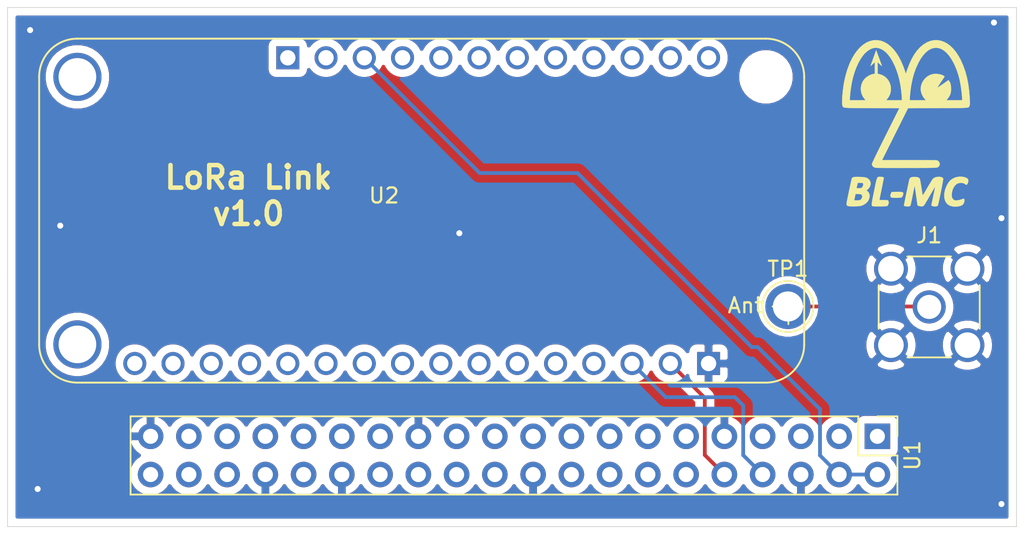
<source format=kicad_pcb>
(kicad_pcb (version 20171130) (host pcbnew 5.1.10-88a1d61d58~90~ubuntu20.04.1)

  (general
    (thickness 1.6)
    (drawings 6)
    (tracks 25)
    (zones 0)
    (modules 5)
    (nets 59)
  )

  (page A4)
  (layers
    (0 F.Cu signal)
    (31 B.Cu signal)
    (32 B.Adhes user)
    (33 F.Adhes user)
    (34 B.Paste user)
    (35 F.Paste user)
    (36 B.SilkS user)
    (37 F.SilkS user)
    (38 B.Mask user)
    (39 F.Mask user)
    (40 Dwgs.User user)
    (41 Cmts.User user)
    (42 Eco1.User user)
    (43 Eco2.User user)
    (44 Edge.Cuts user)
    (45 Margin user)
    (46 B.CrtYd user)
    (47 F.CrtYd user)
    (48 B.Fab user)
    (49 F.Fab user)
  )

  (setup
    (last_trace_width 0.25)
    (trace_clearance 0.2)
    (zone_clearance 0.508)
    (zone_45_only no)
    (trace_min 0.2)
    (via_size 0.8)
    (via_drill 0.4)
    (via_min_size 0.4)
    (via_min_drill 0.3)
    (uvia_size 0.3)
    (uvia_drill 0.1)
    (uvias_allowed no)
    (uvia_min_size 0.2)
    (uvia_min_drill 0.1)
    (edge_width 0.05)
    (segment_width 0.2)
    (pcb_text_width 0.3)
    (pcb_text_size 1.5 1.5)
    (mod_edge_width 0.12)
    (mod_text_size 1 1)
    (mod_text_width 0.15)
    (pad_size 2.2 2.2)
    (pad_drill 1.5)
    (pad_to_mask_clearance 0.051)
    (solder_mask_min_width 0.25)
    (aux_axis_origin 0 0)
    (visible_elements FFFFFF7F)
    (pcbplotparams
      (layerselection 0x010fc_ffffffff)
      (usegerberextensions false)
      (usegerberattributes true)
      (usegerberadvancedattributes true)
      (creategerberjobfile true)
      (excludeedgelayer true)
      (linewidth 0.100000)
      (plotframeref false)
      (viasonmask false)
      (mode 1)
      (useauxorigin false)
      (hpglpennumber 1)
      (hpglpenspeed 20)
      (hpglpendiameter 15.000000)
      (psnegative false)
      (psa4output false)
      (plotreference true)
      (plotvalue true)
      (plotinvisibletext false)
      (padsonsilk false)
      (subtractmaskfromsilk false)
      (outputformat 1)
      (mirror false)
      (drillshape 1)
      (scaleselection 1)
      (outputdirectory ""))
  )

  (net 0 "")
  (net 1 GND)
  (net 2 "Net-(J1-Pad1)")
  (net 3 "Net-(U1-Pad40)")
  (net 4 "Net-(U1-Pad38)")
  (net 5 "Net-(U1-Pad37)")
  (net 6 "Net-(U1-Pad36)")
  (net 7 "Net-(U1-Pad35)")
  (net 8 "Net-(U1-Pad33)")
  (net 9 "Net-(U1-Pad32)")
  (net 10 "Net-(U1-Pad31)")
  (net 11 "Net-(U1-Pad29)")
  (net 12 "Net-(U1-Pad28)")
  (net 13 "Net-(U1-Pad27)")
  (net 14 "Net-(U1-Pad26)")
  (net 15 "Net-(U1-Pad24)")
  (net 16 "Net-(U1-Pad23)")
  (net 17 "Net-(U1-Pad22)")
  (net 18 "Net-(U1-Pad21)")
  (net 19 "Net-(U1-Pad19)")
  (net 20 "Net-(U1-Pad18)")
  (net 21 "Net-(U1-Pad17)")
  (net 22 "Net-(U1-Pad16)")
  (net 23 "Net-(U1-Pad15)")
  (net 24 "Net-(U1-Pad14)")
  (net 25 "Net-(U1-Pad13)")
  (net 26 "Net-(U1-Pad12)")
  (net 27 "Net-(U1-Pad11)")
  (net 28 "Net-(U1-Pad10)")
  (net 29 "Net-(U1-Pad8)")
  (net 30 "Net-(U1-Pad7)")
  (net 31 "Net-(U1-Pad5)")
  (net 32 +5V)
  (net 33 "Net-(U1-Pad3)")
  (net 34 "Net-(U1-Pad1)")
  (net 35 "Net-(U2-PadP1_16)")
  (net 36 "Net-(U2-PadP1_15)")
  (net 37 "Net-(U2-PadP1_14)")
  (net 38 "Net-(U2-PadP1_13)")
  (net 39 "Net-(U2-PadP1_12)")
  (net 40 "Net-(U2-PadP1_11)")
  (net 41 "Net-(U2-PadP1_10)")
  (net 42 "Net-(U2-PadP1_9)")
  (net 43 "Net-(U2-PadP1_8)")
  (net 44 "Net-(U2-PadP1_7)")
  (net 45 "Net-(U2-PadP1_6)")
  (net 46 "Net-(U2-PadP1_5)")
  (net 47 "Net-(U2-PadP1_4)")
  (net 48 "Net-(U2-PadP2_12)")
  (net 49 "Net-(U2-PadP2_11)")
  (net 50 "Net-(U2-PadP2_10)")
  (net 51 "Net-(U2-PadP2_9)")
  (net 52 "Net-(U2-PadP2_8)")
  (net 53 "Net-(U2-PadP2_7)")
  (net 54 "Net-(U2-PadP2_6)")
  (net 55 "Net-(U2-PadP2_5)")
  (net 56 "Net-(U2-PadP2_4)")
  (net 57 "Net-(U2-PadP2_2)")
  (net 58 "Net-(U2-PadP2_1)")

  (net_class Default "This is the default net class."
    (clearance 0.2)
    (trace_width 0.25)
    (via_dia 0.8)
    (via_drill 0.4)
    (uvia_dia 0.3)
    (uvia_drill 0.1)
    (add_net +5V)
    (add_net GND)
    (add_net "Net-(J1-Pad1)")
    (add_net "Net-(U1-Pad1)")
    (add_net "Net-(U1-Pad10)")
    (add_net "Net-(U1-Pad11)")
    (add_net "Net-(U1-Pad12)")
    (add_net "Net-(U1-Pad13)")
    (add_net "Net-(U1-Pad14)")
    (add_net "Net-(U1-Pad15)")
    (add_net "Net-(U1-Pad16)")
    (add_net "Net-(U1-Pad17)")
    (add_net "Net-(U1-Pad18)")
    (add_net "Net-(U1-Pad19)")
    (add_net "Net-(U1-Pad21)")
    (add_net "Net-(U1-Pad22)")
    (add_net "Net-(U1-Pad23)")
    (add_net "Net-(U1-Pad24)")
    (add_net "Net-(U1-Pad26)")
    (add_net "Net-(U1-Pad27)")
    (add_net "Net-(U1-Pad28)")
    (add_net "Net-(U1-Pad29)")
    (add_net "Net-(U1-Pad3)")
    (add_net "Net-(U1-Pad31)")
    (add_net "Net-(U1-Pad32)")
    (add_net "Net-(U1-Pad33)")
    (add_net "Net-(U1-Pad35)")
    (add_net "Net-(U1-Pad36)")
    (add_net "Net-(U1-Pad37)")
    (add_net "Net-(U1-Pad38)")
    (add_net "Net-(U1-Pad40)")
    (add_net "Net-(U1-Pad5)")
    (add_net "Net-(U1-Pad7)")
    (add_net "Net-(U1-Pad8)")
    (add_net "Net-(U2-PadP1_10)")
    (add_net "Net-(U2-PadP1_11)")
    (add_net "Net-(U2-PadP1_12)")
    (add_net "Net-(U2-PadP1_13)")
    (add_net "Net-(U2-PadP1_14)")
    (add_net "Net-(U2-PadP1_15)")
    (add_net "Net-(U2-PadP1_16)")
    (add_net "Net-(U2-PadP1_4)")
    (add_net "Net-(U2-PadP1_5)")
    (add_net "Net-(U2-PadP1_6)")
    (add_net "Net-(U2-PadP1_7)")
    (add_net "Net-(U2-PadP1_8)")
    (add_net "Net-(U2-PadP1_9)")
    (add_net "Net-(U2-PadP2_1)")
    (add_net "Net-(U2-PadP2_10)")
    (add_net "Net-(U2-PadP2_11)")
    (add_net "Net-(U2-PadP2_12)")
    (add_net "Net-(U2-PadP2_2)")
    (add_net "Net-(U2-PadP2_4)")
    (add_net "Net-(U2-PadP2_5)")
    (add_net "Net-(U2-PadP2_6)")
    (add_net "Net-(U2-PadP2_7)")
    (add_net "Net-(U2-PadP2_8)")
    (add_net "Net-(U2-PadP2_9)")
  )

  (module dmcginnis427Footprints:blmcLogo2 (layer F.Cu) (tedit 61485D71) (tstamp 6148BA5A)
    (at 154.5 74)
    (fp_text reference G*** (at 0 0) (layer F.SilkS) hide
      (effects (font (size 1.524 1.524) (thickness 0.3)))
    )
    (fp_text value LOGO (at 0.75 0) (layer F.SilkS) hide
      (effects (font (size 1.524 1.524) (thickness 0.3)))
    )
    (fp_poly (pts (xy -2.032502 -4.296466) (xy -1.816496 -4.221265) (xy -1.606223 -4.107959) (xy -1.403258 -3.957381)
      (xy -1.209178 -3.770365) (xy -1.025558 -3.547747) (xy -0.853973 -3.290361) (xy -0.710121 -3.027638)
      (xy -0.542527 -2.654096) (xy -0.402384 -2.259676) (xy -0.289015 -1.841527) (xy -0.201745 -1.396798)
      (xy -0.139895 -0.922639) (xy -0.106196 -0.483193) (xy -0.098673 -0.336733) (xy -0.094203 -0.225793)
      (xy -0.092939 -0.143659) (xy -0.095037 -0.083618) (xy -0.100651 -0.038956) (xy -0.109935 -0.002958)
      (xy -0.117722 0.018257) (xy -0.127409 0.045073) (xy -0.13539 0.068757) (xy -0.144201 0.089509)
      (xy -0.156375 0.107529) (xy -0.174445 0.123019) (xy -0.200945 0.136178) (xy -0.238408 0.147206)
      (xy -0.289369 0.156305) (xy -0.35636 0.163674) (xy -0.441916 0.169515) (xy -0.548569 0.174027)
      (xy -0.678855 0.177411) (xy -0.835305 0.179868) (xy -1.020454 0.181598) (xy -1.236835 0.1828)
      (xy -1.486983 0.183677) (xy -1.77343 0.184428) (xy -2.09871 0.185253) (xy -2.233354 0.185629)
      (xy -4.202125 0.191341) (xy -5.064379 1.916004) (xy -5.926632 3.640667) (xy -4.098588 3.640667)
      (xy -3.778576 3.640679) (xy -3.498186 3.640758) (xy -3.254707 3.640969) (xy -3.045428 3.641373)
      (xy -2.867637 3.642036) (xy -2.718624 3.64302) (xy -2.595677 3.644389) (xy -2.496084 3.646207)
      (xy -2.417135 3.648538) (xy -2.356118 3.651444) (xy -2.310322 3.65499) (xy -2.277036 3.659239)
      (xy -2.253549 3.664255) (xy -2.237149 3.670101) (xy -2.225126 3.676842) (xy -2.214767 3.68454)
      (xy -2.214348 3.684869) (xy -2.141356 3.763729) (xy -2.103556 3.852215) (xy -2.100519 3.942289)
      (xy -2.131819 4.025913) (xy -2.197029 4.09505) (xy -2.237443 4.119354) (xy -2.252373 4.126064)
      (xy -2.270233 4.131986) (xy -2.293636 4.137174) (xy -2.325197 4.141682) (xy -2.367529 4.145564)
      (xy -2.423246 4.148875) (xy -2.494963 4.151668) (xy -2.585294 4.153999) (xy -2.696852 4.155921)
      (xy -2.832252 4.157489) (xy -2.994108 4.158756) (xy -3.185033 4.159778) (xy -3.407642 4.160608)
      (xy -3.66455 4.161301) (xy -3.958369 4.161911) (xy -4.291714 4.162491) (xy -4.318 4.162535)
      (xy -4.606684 4.162846) (xy -4.884215 4.16283) (xy -5.147553 4.162504) (xy -5.393658 4.161886)
      (xy -5.619488 4.160994) (xy -5.822004 4.159847) (xy -5.998164 4.158461) (xy -6.144929 4.156855)
      (xy -6.259257 4.155048) (xy -6.338107 4.153056) (xy -6.37844 4.150899) (xy -6.382193 4.150325)
      (xy -6.486771 4.107691) (xy -6.559851 4.039891) (xy -6.598491 3.950319) (xy -6.604 3.894584)
      (xy -6.59445 3.864554) (xy -6.56617 3.797995) (xy -6.51972 3.696063) (xy -6.455657 3.559913)
      (xy -6.374541 3.390701) (xy -6.27693 3.189582) (xy -6.163382 2.957712) (xy -6.034455 2.696246)
      (xy -5.890709 2.40634) (xy -5.732701 2.08915) (xy -5.694274 2.012205) (xy -4.784548 0.191416)
      (xy -6.599149 0.185666) (xy -6.92596 0.184713) (xy -7.213082 0.183906) (xy -7.463157 0.183019)
      (xy -7.678827 0.181826) (xy -7.862735 0.180103) (xy -8.017523 0.177623) (xy -8.145834 0.17416)
      (xy -8.250309 0.16949) (xy -8.333592 0.163387) (xy -8.398324 0.155624) (xy -8.447148 0.145977)
      (xy -8.482706 0.13422) (xy -8.507641 0.120126) (xy -8.524595 0.103472) (xy -8.536211 0.08403)
      (xy -8.54513 0.061575) (xy -8.553995 0.035883) (xy -8.560636 0.018195) (xy -8.574896 -0.046269)
      (xy -8.582306 -0.146705) (xy -8.583305 -0.277385) (xy -8.581343 -0.338667) (xy -8.0645 -0.338667)
      (xy -7.024035 -0.338667) (xy -7.096224 -0.423004) (xy -7.21306 -0.59073) (xy -7.293164 -0.774598)
      (xy -7.335896 -0.968751) (xy -7.340612 -1.167331) (xy -7.306671 -1.364479) (xy -7.233431 -1.554337)
      (xy -7.222517 -1.575332) (xy -7.121647 -1.722523) (xy -6.988497 -1.853967) (xy -6.832134 -1.963006)
      (xy -6.661623 -2.042983) (xy -6.537568 -2.078344) (xy -6.4135 -2.10397) (xy -6.4135 -2.866948)
      (xy -6.564612 -2.719349) (xy -6.625544 -2.662293) (xy -6.671683 -2.623875) (xy -6.697608 -2.608293)
      (xy -6.700537 -2.614083) (xy -6.689362 -2.645175) (xy -6.665999 -2.710125) (xy -6.632599 -2.802962)
      (xy -6.59131 -2.917712) (xy -6.544281 -3.048403) (xy -6.507093 -3.15174) (xy -6.458144 -3.288173)
      (xy -6.414332 -3.411097) (xy -6.377592 -3.515011) (xy -6.349863 -3.594417) (xy -6.33308 -3.643813)
      (xy -6.328833 -3.657976) (xy -6.327543 -3.66554) (xy -6.322962 -3.662212) (xy -6.314024 -3.645162)
      (xy -6.299664 -3.61156) (xy -6.278818 -3.558575) (xy -6.250419 -3.483377) (xy -6.213404 -3.383135)
      (xy -6.166705 -3.255019) (xy -6.109258 -3.096198) (xy -6.039999 -2.903842) (xy -5.957861 -2.67512)
      (xy -5.935963 -2.614083) (xy -5.94322 -2.609836) (xy -5.974747 -2.631565) (xy -6.025123 -2.675073)
      (xy -6.071889 -2.719349) (xy -6.223 -2.866948) (xy -6.223 -2.101583) (xy -6.081963 -2.066779)
      (xy -5.897812 -2.001283) (xy -5.73715 -1.904442) (xy -5.601434 -1.781064) (xy -5.492127 -1.635956)
      (xy -5.410687 -1.473925) (xy -5.358577 -1.299777) (xy -5.337254 -1.11832) (xy -5.348181 -0.934361)
      (xy -5.392818 -0.752706) (xy -5.472624 -0.578163) (xy -5.58261 -0.423004) (xy -5.654799 -0.338667)
      (xy -4.614333 -0.338667) (xy -4.085167 -0.338667) (xy -3.021442 -0.338667) (xy -3.10748 -0.432007)
      (xy -3.209252 -0.568488) (xy -3.289758 -0.728847) (xy -3.34358 -0.899419) (xy -3.365302 -1.066542)
      (xy -3.3655 -1.082905) (xy -3.345396 -1.27846) (xy -3.2878 -1.464395) (xy -3.196791 -1.635646)
      (xy -3.076445 -1.787145) (xy -2.930841 -1.913828) (xy -2.764055 -2.010628) (xy -2.580165 -2.07248)
      (xy -2.566668 -2.075388) (xy -2.430053 -2.091841) (xy -2.28196 -2.089656) (xy -2.133572 -2.070708)
      (xy -1.996073 -2.036871) (xy -1.880647 -1.99002) (xy -1.818331 -1.949968) (xy -1.77226 -1.912662)
      (xy -2.004075 -1.564873) (xy -2.076429 -1.45617) (xy -2.141362 -1.358332) (xy -2.194965 -1.277271)
      (xy -2.233328 -1.218902) (xy -2.252542 -1.189137) (xy -2.253354 -1.187804) (xy -2.252781 -1.181313)
      (xy -2.23372 -1.189112) (xy -2.193544 -1.21291) (xy -2.129623 -1.254417) (xy -2.03933 -1.315343)
      (xy -1.920035 -1.397398) (xy -1.769111 -1.50229) (xy -1.758989 -1.509349) (xy -1.517728 -1.677641)
      (xy -1.478774 -1.627279) (xy -1.417814 -1.52888) (xy -1.376648 -1.413466) (xy -1.353351 -1.273396)
      (xy -1.345995 -1.101033) (xy -1.345995 -1.100667) (xy -1.35145 -0.943055) (xy -1.370544 -0.813995)
      (xy -1.407369 -0.700797) (xy -1.466017 -0.590771) (xy -1.547801 -0.474845) (xy -1.652177 -0.338667)
      (xy -0.613833 -0.338667) (xy -0.61406 -0.449792) (xy -0.616431 -0.513149) (xy -0.622746 -0.606625)
      (xy -0.632083 -0.718285) (xy -0.643518 -0.836196) (xy -0.645198 -0.852184) (xy -0.699017 -1.265816)
      (xy -0.769837 -1.646258) (xy -0.859344 -1.999785) (xy -0.969224 -2.332673) (xy -1.101165 -2.651197)
      (xy -1.164164 -2.783417) (xy -1.313713 -3.055942) (xy -1.471206 -3.287157) (xy -1.635342 -3.477061)
      (xy -1.804818 -3.625654) (xy -1.978328 -3.732936) (xy -2.154572 -3.798908) (xy -2.332245 -3.823569)
      (xy -2.510045 -3.806919) (xy -2.686667 -3.748958) (xy -2.86081 -3.649687) (xy -3.031169 -3.509105)
      (xy -3.196443 -3.327212) (xy -3.355327 -3.104009) (xy -3.506518 -2.839495) (xy -3.534836 -2.783417)
      (xy -3.683068 -2.453079) (xy -3.805835 -2.110284) (xy -3.905634 -1.746886) (xy -3.984963 -1.354741)
      (xy -3.998934 -1.27) (xy -4.020308 -1.124293) (xy -4.040305 -0.967197) (xy -4.057853 -0.809188)
      (xy -4.071879 -0.660744) (xy -4.081309 -0.53234) (xy -4.085071 -0.434452) (xy -4.085095 -0.428625)
      (xy -4.085167 -0.338667) (xy -4.614333 -0.338667) (xy -4.61456 -0.449792) (xy -4.61768 -0.531459)
      (xy -4.626057 -0.644802) (xy -4.638599 -0.779641) (xy -4.654213 -0.925798) (xy -4.671805 -1.073094)
      (xy -4.690284 -1.21135) (xy -4.708556 -1.330387) (xy -4.710018 -1.339017) (xy -4.779802 -1.686456)
      (xy -4.867234 -2.019297) (xy -4.970637 -2.334037) (xy -5.08833 -2.627173) (xy -5.218635 -2.895201)
      (xy -5.359873 -3.134616) (xy -5.510365 -3.341916) (xy -5.668432 -3.513597) (xy -5.807279 -3.628752)
      (xy -5.983979 -3.735579) (xy -6.157387 -3.800791) (xy -6.328947 -3.824307) (xy -6.500099 -3.806046)
      (xy -6.672286 -3.745929) (xy -6.84695 -3.643875) (xy -6.950571 -3.56493) (xy -7.100127 -3.420371)
      (xy -7.246144 -3.238073) (xy -7.386238 -3.022615) (xy -7.518024 -2.778577) (xy -7.63912 -2.510538)
      (xy -7.747139 -2.223076) (xy -7.839698 -1.920771) (xy -7.872363 -1.794667) (xy -7.91398 -1.60929)
      (xy -7.953166 -1.404951) (xy -7.988543 -1.191462) (xy -8.01873 -0.978634) (xy -8.042348 -0.776278)
      (xy -8.058017 -0.594205) (xy -8.064359 -0.442226) (xy -8.064428 -0.428625) (xy -8.0645 -0.338667)
      (xy -8.581343 -0.338667) (xy -8.578336 -0.432581) (xy -8.567839 -0.606566) (xy -8.552255 -0.79361)
      (xy -8.532025 -0.987985) (xy -8.507591 -1.183965) (xy -8.479392 -1.375819) (xy -8.44787 -1.557821)
      (xy -8.433769 -1.629833) (xy -8.332817 -2.058568) (xy -8.211015 -2.455994) (xy -8.068969 -2.820807)
      (xy -7.907284 -3.1517) (xy -7.726568 -3.44737) (xy -7.527426 -3.706512) (xy -7.409691 -3.833574)
      (xy -7.205183 -4.016004) (xy -6.99501 -4.156923) (xy -6.778036 -4.256909) (xy -6.553126 -4.316543)
      (xy -6.433213 -4.331752) (xy -6.208273 -4.329348) (xy -5.987296 -4.285944) (xy -5.771662 -4.202792)
      (xy -5.56275 -4.081146) (xy -5.361939 -3.922261) (xy -5.17061 -3.727389) (xy -4.99014 -3.497784)
      (xy -4.82191 -3.234699) (xy -4.667298 -2.939389) (xy -4.527685 -2.613107) (xy -4.519946 -2.592917)
      (xy -4.47973 -2.484581) (xy -4.440926 -2.375266) (xy -4.40869 -2.279746) (xy -4.392224 -2.227059)
      (xy -4.353187 -2.094035) (xy -4.253979 -2.385809) (xy -4.112569 -2.760636) (xy -3.956668 -3.095819)
      (xy -3.786143 -3.391536) (xy -3.600864 -3.647969) (xy -3.400698 -3.865295) (xy -3.185514 -4.043695)
      (xy -2.955181 -4.183347) (xy -2.922352 -4.199513) (xy -2.699166 -4.285083) (xy -2.475413 -4.329209)
      (xy -2.252666 -4.332725) (xy -2.032502 -4.296466)) (layer F.SilkS) (width 0.01))
    (fp_poly (pts (xy -0.631224 4.74397) (xy -0.583353 4.750406) (xy -0.45996 4.773862) (xy -0.36936 4.801023)
      (xy -0.302013 4.835691) (xy -0.248379 4.881666) (xy -0.245097 4.885183) (xy -0.205552 4.948753)
      (xy -0.196363 5.025424) (xy -0.217156 5.122576) (xy -0.231065 5.161784) (xy -0.26937 5.241383)
      (xy -0.310008 5.280471) (xy -0.356659 5.280848) (xy -0.40819 5.248436) (xy -0.487604 5.193793)
      (xy -0.573125 5.163736) (xy -0.680213 5.153302) (xy -0.705086 5.153131) (xy -0.846011 5.171184)
      (xy -0.967398 5.225799) (xy -1.073383 5.317932) (xy -1.178624 5.464008) (xy -1.251158 5.633378)
      (xy -1.291678 5.828113) (xy -1.301507 6.000513) (xy -1.283353 6.121058) (xy -1.22791 6.221808)
      (xy -1.160641 6.286016) (xy -1.099659 6.310506) (xy -1.010227 6.318822) (xy -0.902718 6.311667)
      (xy -0.787506 6.289745) (xy -0.674963 6.253761) (xy -0.672858 6.252922) (xy -0.57871 6.218712)
      (xy -0.515755 6.206861) (xy -0.478089 6.219336) (xy -0.459806 6.258104) (xy -0.455 6.325135)
      (xy -0.455 6.325523) (xy -0.469251 6.418965) (xy -0.506944 6.512896) (xy -0.560494 6.592388)
      (xy -0.613851 6.638058) (xy -0.741413 6.69162) (xy -0.895157 6.724579) (xy -1.063512 6.735483)
      (xy -1.234907 6.72288) (xy -1.259333 6.719014) (xy -1.421731 6.672948) (xy -1.556621 6.595518)
      (xy -1.663082 6.4883) (xy -1.740195 6.352873) (xy -1.78704 6.190813) (xy -1.802697 6.003697)
      (xy -1.788808 5.811085) (xy -1.752858 5.638779) (xy -1.694143 5.463676) (xy -1.61751 5.295587)
      (xy -1.527806 5.144319) (xy -1.429878 5.019682) (xy -1.369129 4.961712) (xy -1.206289 4.853233)
      (xy -1.024025 4.779438) (xy -0.829837 4.742345) (xy -0.631224 4.74397)) (layer F.SilkS) (width 0.01))
    (fp_poly (pts (xy -7.43121 4.756118) (xy -7.26589 4.763529) (xy -7.135735 4.77509) (xy -7.033637 4.79263)
      (xy -6.952491 4.817978) (xy -6.885191 4.852961) (xy -6.824631 4.899409) (xy -6.805329 4.917168)
      (xy -6.728866 5.017784) (xy -6.68973 5.136252) (xy -6.689497 5.267754) (xy -6.689862 5.27023)
      (xy -6.718875 5.365467) (xy -6.772931 5.466469) (xy -6.841525 5.556013) (xy -6.892753 5.602795)
      (xy -6.938373 5.640385) (xy -6.948864 5.665793) (xy -6.925243 5.688872) (xy -6.90295 5.701555)
      (xy -6.841038 5.756068) (xy -6.792192 5.84046) (xy -6.761913 5.942958) (xy -6.754712 6.018867)
      (xy -6.773569 6.16744) (xy -6.829911 6.307478) (xy -6.919046 6.434054) (xy -7.036282 6.542244)
      (xy -7.176924 6.627122) (xy -7.33628 6.683763) (xy -7.400727 6.696852) (xy -7.473968 6.70513)
      (xy -7.572233 6.711228) (xy -7.686485 6.715137) (xy -7.807684 6.716848) (xy -7.926791 6.716353)
      (xy -8.034765 6.713643) (xy -8.122568 6.708708) (xy -8.181159 6.701541) (xy -8.195475 6.69763)
      (xy -8.242154 6.665778) (xy -8.275341 6.627854) (xy -8.283374 6.612888) (xy -8.288458 6.593653)
      (xy -8.289951 6.566095) (xy -8.28721 6.52616) (xy -8.279592 6.469793) (xy -8.266455 6.392942)
      (xy -8.247237 6.291974) (xy -7.771881 6.291974) (xy -7.764174 6.30597) (xy -7.737559 6.31328)
      (xy -7.684296 6.315986) (xy -7.596642 6.31617) (xy -7.593862 6.31616) (xy -7.481628 6.312339)
      (xy -7.406874 6.301433) (xy -7.367615 6.284741) (xy -7.3006 6.212889) (xy -7.259088 6.12474)
      (xy -7.249964 6.062833) (xy -7.256197 5.99378) (xy -7.280091 5.950256) (xy -7.327484 5.917835)
      (xy -7.362702 5.908572) (xy -7.422886 5.900975) (xy -7.496458 5.89552) (xy -7.57184 5.892686)
      (xy -7.637456 5.892951) (xy -7.681729 5.896794) (xy -7.694 5.902699) (xy -7.697971 5.92643)
      (xy -7.708305 5.979915) (xy -7.722631 6.051482) (xy -7.73858 6.129464) (xy -7.753782 6.202189)
      (xy -7.765869 6.257988) (xy -7.768422 6.269208) (xy -7.771881 6.291974) (xy -8.247237 6.291974)
      (xy -8.247156 6.291552) (xy -8.221053 6.16157) (xy -8.187503 5.99894) (xy -8.145864 5.799609)
      (xy -8.138436 5.764174) (xy -8.100038 5.581952) (xy -8.081877 5.496625) (xy -7.623915 5.496625)
      (xy -7.612895 5.50781) (xy -7.570913 5.513411) (xy -7.508894 5.513982) (xy -7.437762 5.510072)
      (xy -7.368442 5.502236) (xy -7.311858 5.491023) (xy -7.282089 5.479353) (xy -7.240162 5.435517)
      (xy -7.20839 5.372428) (xy -7.189121 5.301864) (xy -7.184705 5.235599) (xy -7.197491 5.185409)
      (xy -7.219481 5.165514) (xy -7.25689 5.15897) (xy -7.322203 5.154343) (xy -7.397954 5.152667)
      (xy -7.542946 5.152667) (xy -7.578889 5.316708) (xy -7.596899 5.395868) (xy -7.612398 5.458555)
      (xy -7.622592 5.493607) (xy -7.623915 5.496625) (xy -8.081877 5.496625) (xy -8.063561 5.410571)
      (xy -8.030081 5.254958) (xy -8.000675 5.120046) (xy -7.976418 5.010764) (xy -7.958387 4.932043)
      (xy -7.947659 4.888813) (xy -7.946442 4.884728) (xy -7.925024 4.836924) (xy -7.892282 4.801296)
      (xy -7.84278 4.776488) (xy -7.771082 4.761141) (xy -7.671751 4.7539) (xy -7.539351 4.753407)
      (xy -7.43121 4.756118)) (layer F.SilkS) (width 0.01))
    (fp_poly (pts (xy -6.062515 4.750321) (xy -6.034891 4.7505) (xy -5.939971 4.753663) (xy -5.879023 4.764072)
      (xy -5.844091 4.78311) (xy -5.843429 4.783762) (xy -5.817166 4.81185) (xy -5.810167 4.821726)
      (xy -5.814157 4.843437) (xy -5.825348 4.900812) (xy -5.84257 4.988018) (xy -5.864656 5.099221)
      (xy -5.890436 5.228588) (xy -5.918743 5.370286) (xy -5.948406 5.51848) (xy -5.978257 5.667338)
      (xy -6.007127 5.811026) (xy -6.033849 5.94371) (xy -6.057252 6.059557) (xy -6.076168 6.152734)
      (xy -6.089428 6.217406) (xy -6.095865 6.247742) (xy -6.095936 6.248042) (xy -6.099402 6.267597)
      (xy -6.09441 6.280908) (xy -6.07441 6.289187) (xy -6.03285 6.293647) (xy -5.963181 6.295501)
      (xy -5.858851 6.295963) (xy -5.837028 6.295991) (xy -5.732991 6.297277) (xy -5.643692 6.300555)
      (xy -5.577997 6.305345) (xy -5.544772 6.311169) (xy -5.543461 6.311866) (xy -5.504866 6.360865)
      (xy -5.488479 6.43261) (xy -5.492588 6.514917) (xy -5.515483 6.595604) (xy -5.555453 6.662486)
      (xy -5.597594 6.697348) (xy -5.62991 6.703636) (xy -5.696363 6.708891) (xy -5.789277 6.713069)
      (xy -5.900977 6.716127) (xy -6.023786 6.718021) (xy -6.150029 6.718708) (xy -6.272029 6.718145)
      (xy -6.38211 6.716289) (xy -6.472596 6.713096) (xy -6.535811 6.708523) (xy -6.563706 6.702801)
      (xy -6.583739 6.688084) (xy -6.599325 6.670943) (xy -6.610075 6.647572) (xy -6.6156 6.614164)
      (xy -6.61551 6.566913) (xy -6.609415 6.502012) (xy -6.596926 6.415654) (xy -6.577653 6.304033)
      (xy -6.551207 6.163343) (xy -6.517197 5.989777) (xy -6.475235 5.779528) (xy -6.462926 5.718143)
      (xy -6.417824 5.492768) (xy -6.379991 5.305317) (xy -6.347887 5.152306) (xy -6.31997 5.030253)
      (xy -6.294701 4.935673) (xy -6.270538 4.865085) (xy -6.245941 4.815005) (xy -6.219369 4.78195)
      (xy -6.189281 4.762438) (xy -6.154136 4.752984) (xy -6.112395 4.750106) (xy -6.062515 4.750321)) (layer F.SilkS) (width 0.01))
    (fp_poly (pts (xy -2.058533 4.755439) (xy -1.968344 4.779011) (xy -1.900534 4.818598) (xy -1.864356 4.871915)
      (xy -1.865772 4.900591) (xy -1.875004 4.966182) (xy -1.891235 5.064159) (xy -1.913647 5.189995)
      (xy -1.941423 5.339161) (xy -1.973745 5.507127) (xy -2.009798 5.689367) (xy -2.029592 5.787503)
      (xy -2.075707 6.013006) (xy -2.114752 6.200017) (xy -2.147469 6.351652) (xy -2.174603 6.471025)
      (xy -2.196898 6.561251) (xy -2.215097 6.625444) (xy -2.229944 6.66672) (xy -2.242184 6.688192)
      (xy -2.245422 6.691211) (xy -2.296463 6.710258) (xy -2.373017 6.719229) (xy -2.459575 6.71852)
      (xy -2.540631 6.708528) (xy -2.600679 6.689648) (xy -2.612878 6.681831) (xy -2.658779 6.644663)
      (xy -2.529531 6.033746) (xy -2.497075 5.879127) (xy -2.468041 5.738459) (xy -2.443456 5.616914)
      (xy -2.424348 5.519665) (xy -2.411746 5.451884) (xy -2.406678 5.418745) (xy -2.40679 5.416322)
      (xy -2.41848 5.43239) (xy -2.448671 5.480996) (xy -2.494866 5.557917) (xy -2.554563 5.658933)
      (xy -2.625264 5.779825) (xy -2.70447 5.91637) (xy -2.762357 6.016782) (xy -2.848007 6.164721)
      (xy -2.928876 6.302523) (xy -3.002093 6.425437) (xy -3.064786 6.52871) (xy -3.114081 6.607591)
      (xy -3.147106 6.657329) (xy -3.15808 6.671375) (xy -3.224219 6.708956) (xy -3.321043 6.719003)
      (xy -3.446982 6.701395) (xy -3.472703 6.695259) (xy -3.539576 6.671533) (xy -3.572233 6.64046)
      (xy -3.577163 6.626468) (xy -3.582596 6.594509) (xy -3.592948 6.526328) (xy -3.607392 6.427645)
      (xy -3.625103 6.30418) (xy -3.645255 6.161652) (xy -3.667022 6.005781) (xy -3.672056 5.969461)
      (xy -3.693785 5.813745) (xy -3.713865 5.672219) (xy -3.731521 5.550151) (xy -3.74598 5.452808)
      (xy -3.756469 5.385457) (xy -3.762214 5.353364) (xy -3.76285 5.351428) (xy -3.768293 5.369804)
      (xy -3.78079 5.42474) (xy -3.799299 5.511244) (xy -3.822774 5.624325) (xy -3.850171 5.758991)
      (xy -3.880446 5.91025) (xy -3.893067 5.973966) (xy -3.924951 6.133326) (xy -3.955212 6.280626)
      (xy -3.982653 6.410343) (xy -4.006078 6.516953) (xy -4.024288 6.594932) (xy -4.036088 6.638756)
      (xy -4.038438 6.644917) (xy -4.060888 6.680901) (xy -4.090715 6.70286) (xy -4.13804 6.71419)
      (xy -4.212981 6.718287) (xy -4.258197 6.718676) (xy -4.351886 6.715419) (xy -4.411638 6.70423)
      (xy -4.443405 6.685738) (xy -4.469742 6.656611) (xy -4.476667 6.645342) (xy -4.472464 6.61944)
      (xy -4.460597 6.55748) (xy -4.44218 6.46482) (xy -4.418328 6.346815) (xy -4.390153 6.208822)
      (xy -4.358771 6.056198) (xy -4.325295 5.894298) (xy -4.290839 5.728478) (xy -4.256516 5.564096)
      (xy -4.223442 5.406508) (xy -4.192729 5.261069) (xy -4.165492 5.133137) (xy -4.142845 5.028067)
      (xy -4.125901 4.951215) (xy -4.115775 4.907939) (xy -4.114048 4.901714) (xy -4.069507 4.83081)
      (xy -3.990361 4.782518) (xy -3.878164 4.757434) (xy -3.734466 4.756151) (xy -3.733913 4.756189)
      (xy -3.609416 4.77035) (xy -3.520143 4.79481) (xy -3.459689 4.83219) (xy -3.422282 4.88378)
      (xy -3.41103 4.92127) (xy -3.395078 4.993818) (xy -3.375712 5.094572) (xy -3.354217 5.216682)
      (xy -3.331878 5.353297) (xy -3.321031 5.423337) (xy -3.299526 5.563858) (xy -3.279531 5.692664)
      (xy -3.262109 5.80306) (xy -3.248322 5.88835) (xy -3.239231 5.941838) (xy -3.236769 5.95461)
      (xy -3.229887 5.963408) (xy -3.215284 5.954461) (xy -3.190952 5.924729) (xy -3.154883 5.87117)
      (xy -3.105069 5.790743) (xy -3.039501 5.680407) (xy -2.95617 5.537121) (xy -2.922496 5.478727)
      (xy -2.840971 5.338885) (xy -2.762494 5.207547) (xy -2.690536 5.09027) (xy -2.628566 4.992615)
      (xy -2.580056 4.920139) (xy -2.548474 4.878403) (xy -2.546254 4.876001) (xy -2.472275 4.820269)
      (xy -2.377972 4.780296) (xy -2.271888 4.756132) (xy -2.162561 4.747829) (xy -2.058533 4.755439)) (layer F.SilkS) (width 0.01))
    (fp_poly (pts (xy -4.69627 5.751864) (xy -4.617742 5.760695) (xy -4.565935 5.776774) (xy -4.535676 5.801571)
      (xy -4.521793 5.836554) (xy -4.519 5.873664) (xy -4.530763 5.941812) (xy -4.560696 6.017097)
      (xy -4.600768 6.083415) (xy -4.642944 6.124662) (xy -4.644678 6.125625) (xy -4.680209 6.133591)
      (xy -4.749512 6.140224) (xy -4.844031 6.144987) (xy -4.955211 6.147342) (xy -4.993034 6.1475)
      (xy -5.113649 6.147139) (xy -5.199322 6.145391) (xy -5.257444 6.141261) (xy -5.295405 6.133752)
      (xy -5.320595 6.121868) (xy -5.340404 6.104613) (xy -5.34468 6.100098) (xy -5.373558 6.058085)
      (xy -5.379951 6.00814) (xy -5.3752 5.967806) (xy -5.356558 5.894067) (xy -5.329023 5.826053)
      (xy -5.325412 5.819417) (xy -5.289267 5.755917) (xy -4.954178 5.750073) (xy -4.806691 5.748813)
      (xy -4.69627 5.751864)) (layer F.SilkS) (width 0.01))
  )

  (module FEATHER_M0_BASIC_PROTO:MODULE_FEATHER_M0_BASIC_PROTO (layer F.Cu) (tedit 614846AE) (tstamp 6148B609)
    (at 118 81)
    (path /6147908E)
    (fp_text reference U2 (at -2.5 -1) (layer F.SilkS)
      (effects (font (size 1 1) (thickness 0.15)))
    )
    (fp_text value FEATHER_M0_BASIC_PROTO (at -4.785 13.315) (layer F.Fab)
      (effects (font (size 1 1) (thickness 0.15)))
    )
    (fp_line (start 24.35 6.36) (end 24.35 7.54) (layer F.SilkS) (width 0.12))
    (fp_line (start 25.39 6.37) (end 23.3 6.37) (layer F.SilkS) (width 0.12))
    (fp_line (start 24.34 6.37) (end 25.39 6.37) (layer F.SilkS) (width 0.12))
    (fp_line (start 24.34 6.37) (end 24.34 5.43) (layer F.SilkS) (width 0.12))
    (fp_line (start -25.4 8.89) (end -25.4 -8.89) (layer F.SilkS) (width 0.127))
    (fp_line (start -22.86 -11.43) (end 22.86 -11.43) (layer F.SilkS) (width 0.127))
    (fp_line (start 25.4 -8.89) (end 25.4 8.89) (layer F.SilkS) (width 0.127))
    (fp_line (start 22.86 11.43) (end -22.86 11.43) (layer F.SilkS) (width 0.127))
    (fp_line (start -25.4 8.89) (end -25.4 -8.89) (layer F.Fab) (width 0.127))
    (fp_line (start -22.86 -11.43) (end 22.86 -11.43) (layer F.Fab) (width 0.127))
    (fp_line (start 25.4 -8.89) (end 25.4 8.89) (layer F.Fab) (width 0.127))
    (fp_line (start 22.86 11.43) (end -22.86 11.43) (layer F.Fab) (width 0.127))
    (fp_line (start -25.65 -8.89) (end -25.65 8.89) (layer F.CrtYd) (width 0.05))
    (fp_line (start -22.86 11.68) (end 22.86 11.68) (layer F.CrtYd) (width 0.05))
    (fp_line (start 25.65 8.89) (end 25.65 -8.89) (layer F.CrtYd) (width 0.05))
    (fp_line (start 22.86 -11.68) (end -22.86 -11.68) (layer F.CrtYd) (width 0.05))
    (fp_text user Ant (at 21.5 6.3) (layer F.SilkS)
      (effects (font (size 1 1) (thickness 0.15)))
    )
    (fp_arc (start 22.86 -8.89) (end 22.86 -11.68) (angle 90) (layer F.CrtYd) (width 0.05))
    (fp_arc (start 22.86 8.89) (end 25.65 8.89) (angle 90) (layer F.CrtYd) (width 0.05))
    (fp_arc (start -22.86 8.89) (end -22.86 11.68) (angle 90) (layer F.CrtYd) (width 0.05))
    (fp_arc (start -22.86 -8.89) (end -25.65 -8.89) (angle 90) (layer F.CrtYd) (width 0.05))
    (fp_arc (start 22.86 8.89) (end 22.86 11.43) (angle -90) (layer F.Fab) (width 0.127))
    (fp_arc (start 22.86 -8.89) (end 25.4 -8.89) (angle -90) (layer F.Fab) (width 0.127))
    (fp_arc (start -22.86 -8.89) (end -22.86 -11.43) (angle -90) (layer F.Fab) (width 0.127))
    (fp_arc (start -22.86 8.89) (end -25.4 8.89) (angle -90) (layer F.Fab) (width 0.127))
    (fp_arc (start 22.86 8.89) (end 22.86 11.43) (angle -90) (layer F.SilkS) (width 0.127))
    (fp_arc (start 22.86 -8.89) (end 25.4 -8.89) (angle -90) (layer F.SilkS) (width 0.127))
    (fp_arc (start -22.86 -8.89) (end -22.86 -11.43) (angle -90) (layer F.SilkS) (width 0.127))
    (fp_arc (start -22.86 8.89) (end -25.4 8.89) (angle -90) (layer F.SilkS) (width 0.127))
    (pad P1_16 thru_hole circle (at -19.05 10.16) (size 1.53 1.53) (drill 1.02) (layers *.Cu *.Mask)
      (net 35 "Net-(U2-PadP1_16)"))
    (pad P1_15 thru_hole circle (at -16.51 10.16) (size 1.53 1.53) (drill 1.02) (layers *.Cu *.Mask)
      (net 36 "Net-(U2-PadP1_15)"))
    (pad P1_14 thru_hole circle (at -13.97 10.16) (size 1.53 1.53) (drill 1.02) (layers *.Cu *.Mask)
      (net 37 "Net-(U2-PadP1_14)"))
    (pad P1_13 thru_hole circle (at -11.43 10.16) (size 1.53 1.53) (drill 1.02) (layers *.Cu *.Mask)
      (net 38 "Net-(U2-PadP1_13)"))
    (pad P1_12 thru_hole circle (at -8.89 10.16) (size 1.53 1.53) (drill 1.02) (layers *.Cu *.Mask)
      (net 39 "Net-(U2-PadP1_12)"))
    (pad P1_11 thru_hole circle (at -6.35 10.16) (size 1.53 1.53) (drill 1.02) (layers *.Cu *.Mask)
      (net 40 "Net-(U2-PadP1_11)"))
    (pad P1_10 thru_hole circle (at -3.81 10.16) (size 1.53 1.53) (drill 1.02) (layers *.Cu *.Mask)
      (net 41 "Net-(U2-PadP1_10)"))
    (pad P1_9 thru_hole circle (at -1.27 10.16) (size 1.53 1.53) (drill 1.02) (layers *.Cu *.Mask)
      (net 42 "Net-(U2-PadP1_9)"))
    (pad P1_8 thru_hole circle (at 1.27 10.16) (size 1.53 1.53) (drill 1.02) (layers *.Cu *.Mask)
      (net 43 "Net-(U2-PadP1_8)"))
    (pad P1_7 thru_hole circle (at 3.81 10.16) (size 1.53 1.53) (drill 1.02) (layers *.Cu *.Mask)
      (net 44 "Net-(U2-PadP1_7)"))
    (pad P1_6 thru_hole circle (at 6.35 10.16) (size 1.53 1.53) (drill 1.02) (layers *.Cu *.Mask)
      (net 45 "Net-(U2-PadP1_6)"))
    (pad P1_5 thru_hole circle (at 8.89 10.16) (size 1.53 1.53) (drill 1.02) (layers *.Cu *.Mask)
      (net 46 "Net-(U2-PadP1_5)"))
    (pad P1_4 thru_hole circle (at 11.43 10.16) (size 1.53 1.53) (drill 1.02) (layers *.Cu *.Mask)
      (net 47 "Net-(U2-PadP1_4)"))
    (pad P1_3 thru_hole circle (at 13.97 10.16) (size 1.53 1.53) (drill 1.02) (layers *.Cu *.Mask)
      (net 29 "Net-(U1-Pad8)"))
    (pad P1_2 thru_hole circle (at 16.51 10.16) (size 1.53 1.53) (drill 1.02) (layers *.Cu *.Mask)
      (net 28 "Net-(U1-Pad10)"))
    (pad P2_12 thru_hole circle (at 19.05 -10.16) (size 1.53 1.53) (drill 1.02) (layers *.Cu *.Mask)
      (net 48 "Net-(U2-PadP2_12)"))
    (pad P2_11 thru_hole circle (at 16.51 -10.16) (size 1.53 1.53) (drill 1.02) (layers *.Cu *.Mask)
      (net 49 "Net-(U2-PadP2_11)"))
    (pad P2_10 thru_hole circle (at 13.97 -10.16) (size 1.53 1.53) (drill 1.02) (layers *.Cu *.Mask)
      (net 50 "Net-(U2-PadP2_10)"))
    (pad P2_9 thru_hole circle (at 11.43 -10.16) (size 1.53 1.53) (drill 1.02) (layers *.Cu *.Mask)
      (net 51 "Net-(U2-PadP2_9)"))
    (pad P2_8 thru_hole circle (at 8.89 -10.16) (size 1.53 1.53) (drill 1.02) (layers *.Cu *.Mask)
      (net 52 "Net-(U2-PadP2_8)"))
    (pad P2_7 thru_hole circle (at 6.35 -10.16) (size 1.53 1.53) (drill 1.02) (layers *.Cu *.Mask)
      (net 53 "Net-(U2-PadP2_7)"))
    (pad P2_6 thru_hole circle (at 3.81 -10.16) (size 1.53 1.53) (drill 1.02) (layers *.Cu *.Mask)
      (net 54 "Net-(U2-PadP2_6)"))
    (pad P2_5 thru_hole circle (at 1.27 -10.16) (size 1.53 1.53) (drill 1.02) (layers *.Cu *.Mask)
      (net 55 "Net-(U2-PadP2_5)"))
    (pad P2_4 thru_hole circle (at -1.27 -10.16) (size 1.53 1.53) (drill 1.02) (layers *.Cu *.Mask)
      (net 56 "Net-(U2-PadP2_4)"))
    (pad P2_3 thru_hole circle (at -3.81 -10.16) (size 1.53 1.53) (drill 1.02) (layers *.Cu *.Mask)
      (net 32 +5V))
    (pad P2_2 thru_hole circle (at -6.35 -10.16) (size 1.53 1.53) (drill 1.02) (layers *.Cu *.Mask)
      (net 57 "Net-(U2-PadP2_2)"))
    (pad None np_thru_hole circle (at 22.86 -8.89) (size 2.54 2.54) (drill 2.54) (layers *.Cu *.Mask))
    (pad P$2 thru_hole circle (at -22.86 8.89) (size 3.2 3.2) (drill 2.5) (layers *.Cu *.Mask))
    (pad P$1 thru_hole circle (at -22.86 -8.89) (size 3.2 3.2) (drill 2.5) (layers *.Cu *.Mask))
    (pad P2_1 thru_hole rect (at -8.89 -10.16) (size 1.53 1.53) (drill 1.02) (layers *.Cu *.Mask)
      (net 58 "Net-(U2-PadP2_1)"))
    (pad P1_1 thru_hole rect (at 19.05 10.16) (size 1.53 1.53) (drill 1.02) (layers *.Cu *.Mask)
      (net 1 GND))
  )

  (module Connector_PinHeader_2.54mm:PinHeader_2x20_P2.54mm_Vertical (layer F.Cu) (tedit 59FED5CC) (tstamp 614891B0)
    (at 148.26 96 270)
    (descr "Through hole straight pin header, 2x20, 2.54mm pitch, double rows")
    (tags "Through hole pin header THT 2x20 2.54mm double row")
    (path /61483681)
    (fp_text reference U1 (at 1.27 -2.33 90) (layer F.SilkS)
      (effects (font (size 1 1) (thickness 0.15)))
    )
    (fp_text value RPIHeader (at 1.27 50.59 90) (layer F.Fab)
      (effects (font (size 1 1) (thickness 0.15)))
    )
    (fp_line (start 4.35 -1.8) (end -1.8 -1.8) (layer F.CrtYd) (width 0.05))
    (fp_line (start 4.35 50.05) (end 4.35 -1.8) (layer F.CrtYd) (width 0.05))
    (fp_line (start -1.8 50.05) (end 4.35 50.05) (layer F.CrtYd) (width 0.05))
    (fp_line (start -1.8 -1.8) (end -1.8 50.05) (layer F.CrtYd) (width 0.05))
    (fp_line (start -1.33 -1.33) (end 0 -1.33) (layer F.SilkS) (width 0.12))
    (fp_line (start -1.33 0) (end -1.33 -1.33) (layer F.SilkS) (width 0.12))
    (fp_line (start 1.27 -1.33) (end 3.87 -1.33) (layer F.SilkS) (width 0.12))
    (fp_line (start 1.27 1.27) (end 1.27 -1.33) (layer F.SilkS) (width 0.12))
    (fp_line (start -1.33 1.27) (end 1.27 1.27) (layer F.SilkS) (width 0.12))
    (fp_line (start 3.87 -1.33) (end 3.87 49.59) (layer F.SilkS) (width 0.12))
    (fp_line (start -1.33 1.27) (end -1.33 49.59) (layer F.SilkS) (width 0.12))
    (fp_line (start -1.33 49.59) (end 3.87 49.59) (layer F.SilkS) (width 0.12))
    (fp_line (start -1.27 0) (end 0 -1.27) (layer F.Fab) (width 0.1))
    (fp_line (start -1.27 49.53) (end -1.27 0) (layer F.Fab) (width 0.1))
    (fp_line (start 3.81 49.53) (end -1.27 49.53) (layer F.Fab) (width 0.1))
    (fp_line (start 3.81 -1.27) (end 3.81 49.53) (layer F.Fab) (width 0.1))
    (fp_line (start 0 -1.27) (end 3.81 -1.27) (layer F.Fab) (width 0.1))
    (fp_text user %R (at 1.27 24.13) (layer F.Fab)
      (effects (font (size 1 1) (thickness 0.15)))
    )
    (pad 40 thru_hole oval (at 2.54 48.26 270) (size 1.7 1.7) (drill 1) (layers *.Cu *.Mask)
      (net 3 "Net-(U1-Pad40)"))
    (pad 39 thru_hole oval (at 0 48.26 270) (size 1.7 1.7) (drill 1) (layers *.Cu *.Mask)
      (net 1 GND))
    (pad 38 thru_hole oval (at 2.54 45.72 270) (size 1.7 1.7) (drill 1) (layers *.Cu *.Mask)
      (net 4 "Net-(U1-Pad38)"))
    (pad 37 thru_hole oval (at 0 45.72 270) (size 1.7 1.7) (drill 1) (layers *.Cu *.Mask)
      (net 5 "Net-(U1-Pad37)"))
    (pad 36 thru_hole oval (at 2.54 43.18 270) (size 1.7 1.7) (drill 1) (layers *.Cu *.Mask)
      (net 6 "Net-(U1-Pad36)"))
    (pad 35 thru_hole oval (at 0 43.18 270) (size 1.7 1.7) (drill 1) (layers *.Cu *.Mask)
      (net 7 "Net-(U1-Pad35)"))
    (pad 34 thru_hole oval (at 2.54 40.64 270) (size 1.7 1.7) (drill 1) (layers *.Cu *.Mask)
      (net 1 GND))
    (pad 33 thru_hole oval (at 0 40.64 270) (size 1.7 1.7) (drill 1) (layers *.Cu *.Mask)
      (net 8 "Net-(U1-Pad33)"))
    (pad 32 thru_hole oval (at 2.54 38.1 270) (size 1.7 1.7) (drill 1) (layers *.Cu *.Mask)
      (net 9 "Net-(U1-Pad32)"))
    (pad 31 thru_hole oval (at 0 38.1 270) (size 1.7 1.7) (drill 1) (layers *.Cu *.Mask)
      (net 10 "Net-(U1-Pad31)"))
    (pad 30 thru_hole oval (at 2.54 35.56 270) (size 1.7 1.7) (drill 1) (layers *.Cu *.Mask)
      (net 1 GND))
    (pad 29 thru_hole oval (at 0 35.56 270) (size 1.7 1.7) (drill 1) (layers *.Cu *.Mask)
      (net 11 "Net-(U1-Pad29)"))
    (pad 28 thru_hole oval (at 2.54 33.02 270) (size 1.7 1.7) (drill 1) (layers *.Cu *.Mask)
      (net 12 "Net-(U1-Pad28)"))
    (pad 27 thru_hole oval (at 0 33.02 270) (size 1.7 1.7) (drill 1) (layers *.Cu *.Mask)
      (net 13 "Net-(U1-Pad27)"))
    (pad 26 thru_hole oval (at 2.54 30.48 270) (size 1.7 1.7) (drill 1) (layers *.Cu *.Mask)
      (net 14 "Net-(U1-Pad26)"))
    (pad 25 thru_hole oval (at 0 30.48 270) (size 1.7 1.7) (drill 1) (layers *.Cu *.Mask)
      (net 1 GND))
    (pad 24 thru_hole oval (at 2.54 27.94 270) (size 1.7 1.7) (drill 1) (layers *.Cu *.Mask)
      (net 15 "Net-(U1-Pad24)"))
    (pad 23 thru_hole oval (at 0 27.94 270) (size 1.7 1.7) (drill 1) (layers *.Cu *.Mask)
      (net 16 "Net-(U1-Pad23)"))
    (pad 22 thru_hole oval (at 2.54 25.4 270) (size 1.7 1.7) (drill 1) (layers *.Cu *.Mask)
      (net 17 "Net-(U1-Pad22)"))
    (pad 21 thru_hole oval (at 0 25.4 270) (size 1.7 1.7) (drill 1) (layers *.Cu *.Mask)
      (net 18 "Net-(U1-Pad21)"))
    (pad 20 thru_hole oval (at 2.54 22.86 270) (size 1.7 1.7) (drill 1) (layers *.Cu *.Mask)
      (net 1 GND))
    (pad 19 thru_hole oval (at 0 22.86 270) (size 1.7 1.7) (drill 1) (layers *.Cu *.Mask)
      (net 19 "Net-(U1-Pad19)"))
    (pad 18 thru_hole oval (at 2.54 20.32 270) (size 1.7 1.7) (drill 1) (layers *.Cu *.Mask)
      (net 20 "Net-(U1-Pad18)"))
    (pad 17 thru_hole oval (at 0 20.32 270) (size 1.7 1.7) (drill 1) (layers *.Cu *.Mask)
      (net 21 "Net-(U1-Pad17)"))
    (pad 16 thru_hole oval (at 2.54 17.78 270) (size 1.7 1.7) (drill 1) (layers *.Cu *.Mask)
      (net 22 "Net-(U1-Pad16)"))
    (pad 15 thru_hole oval (at 0 17.78 270) (size 1.7 1.7) (drill 1) (layers *.Cu *.Mask)
      (net 23 "Net-(U1-Pad15)"))
    (pad 14 thru_hole oval (at 2.54 15.24 270) (size 1.7 1.7) (drill 1) (layers *.Cu *.Mask)
      (net 24 "Net-(U1-Pad14)"))
    (pad 13 thru_hole oval (at 0 15.24 270) (size 1.7 1.7) (drill 1) (layers *.Cu *.Mask)
      (net 25 "Net-(U1-Pad13)"))
    (pad 12 thru_hole oval (at 2.54 12.7 270) (size 1.7 1.7) (drill 1) (layers *.Cu *.Mask)
      (net 26 "Net-(U1-Pad12)"))
    (pad 11 thru_hole oval (at 0 12.7 270) (size 1.7 1.7) (drill 1) (layers *.Cu *.Mask)
      (net 27 "Net-(U1-Pad11)"))
    (pad 10 thru_hole oval (at 2.54 10.16 270) (size 1.7 1.7) (drill 1) (layers *.Cu *.Mask)
      (net 28 "Net-(U1-Pad10)"))
    (pad 9 thru_hole oval (at 0 10.16 270) (size 1.7 1.7) (drill 1) (layers *.Cu *.Mask)
      (net 1 GND))
    (pad 8 thru_hole oval (at 2.54 7.62 270) (size 1.7 1.7) (drill 1) (layers *.Cu *.Mask)
      (net 29 "Net-(U1-Pad8)"))
    (pad 7 thru_hole oval (at 0 7.62 270) (size 1.7 1.7) (drill 1) (layers *.Cu *.Mask)
      (net 30 "Net-(U1-Pad7)"))
    (pad 6 thru_hole oval (at 2.54 5.08 270) (size 1.7 1.7) (drill 1) (layers *.Cu *.Mask)
      (net 1 GND))
    (pad 5 thru_hole oval (at 0 5.08 270) (size 1.7 1.7) (drill 1) (layers *.Cu *.Mask)
      (net 31 "Net-(U1-Pad5)"))
    (pad 4 thru_hole oval (at 2.54 2.54 270) (size 1.7 1.7) (drill 1) (layers *.Cu *.Mask)
      (net 32 +5V))
    (pad 3 thru_hole oval (at 0 2.54 270) (size 1.7 1.7) (drill 1) (layers *.Cu *.Mask)
      (net 33 "Net-(U1-Pad3)"))
    (pad 2 thru_hole oval (at 2.54 0 270) (size 1.7 1.7) (drill 1) (layers *.Cu *.Mask)
      (net 32 +5V))
    (pad 1 thru_hole rect (at 0 0 270) (size 1.7 1.7) (drill 1) (layers *.Cu *.Mask)
      (net 34 "Net-(U1-Pad1)"))
    (model ${KISYS3DMOD}/Connector_PinHeader_2.54mm.3dshapes/PinHeader_2x20_P2.54mm_Vertical.wrl
      (at (xyz 0 0 0))
      (scale (xyz 1 1 1))
      (rotate (xyz 0 0 0))
    )
  )

  (module TestPoint:TestPoint_Plated_Hole_D2.0mm (layer F.Cu) (tedit 5A0F774F) (tstamp 61489172)
    (at 142.32 87.37)
    (descr "Plated Hole as test Point, diameter 2.0mm")
    (tags "test point plated hole")
    (path /6149BD02)
    (attr virtual)
    (fp_text reference TP1 (at 0 -2.498) (layer F.SilkS)
      (effects (font (size 1 1) (thickness 0.15)))
    )
    (fp_text value LoRa (at 0 2.45) (layer F.Fab)
      (effects (font (size 1 1) (thickness 0.15)))
    )
    (fp_circle (center 0 0) (end 0 -1.7) (layer F.SilkS) (width 0.12))
    (fp_circle (center 0 0) (end 1.8 0) (layer F.CrtYd) (width 0.05))
    (fp_text user %R (at 0 -2.5) (layer F.Fab)
      (effects (font (size 1 1) (thickness 0.15)))
    )
    (pad 1 thru_hole circle (at 0 0) (size 3 3) (drill 2) (layers *.Cu *.Mask)
      (net 2 "Net-(J1-Pad1)"))
  )

  (module dmcginnis427Footprints:SMA_pcb (layer F.Cu) (tedit 61477AD2) (tstamp 6148B7C5)
    (at 151.7 87.4)
    (descr https://www.amphenolrf.com/downloads/dl/file/id/7023/product/3103/901_144_customer_drawing.pdf)
    (tags "SMA THT Female Jack Vertical")
    (path /6149D714)
    (fp_text reference J1 (at 0 -4.75) (layer F.SilkS)
      (effects (font (size 1 1) (thickness 0.15)))
    )
    (fp_text value "SMA Ant" (at 0 5) (layer F.Fab)
      (effects (font (size 1 1) (thickness 0.15)))
    )
    (fp_circle (center 0 0) (end 3.175 0) (layer F.Fab) (width 0.1))
    (fp_line (start 4.17 4.17) (end -4.17 4.17) (layer F.CrtYd) (width 0.05))
    (fp_line (start 4.17 4.17) (end 4.17 -4.17) (layer F.CrtYd) (width 0.05))
    (fp_line (start -4.17 -4.17) (end -4.17 4.17) (layer F.CrtYd) (width 0.05))
    (fp_line (start -4.17 -4.17) (end 4.17 -4.17) (layer F.CrtYd) (width 0.05))
    (fp_line (start -3.175 -3.175) (end 3.175 -3.175) (layer F.Fab) (width 0.1))
    (fp_line (start -3.175 -3.175) (end -3.175 3.175) (layer F.Fab) (width 0.1))
    (fp_line (start -3.175 3.175) (end 3.175 3.175) (layer F.Fab) (width 0.1))
    (fp_line (start 3.175 -3.175) (end 3.175 3.175) (layer F.Fab) (width 0.1))
    (fp_line (start -3.355 -1.45) (end -3.355 1.45) (layer F.SilkS) (width 0.12))
    (fp_line (start 3.355 -1.45) (end 3.355 1.45) (layer F.SilkS) (width 0.12))
    (fp_line (start -1.45 3.355) (end 1.45 3.355) (layer F.SilkS) (width 0.12))
    (fp_line (start -1.45 -3.355) (end 1.45 -3.355) (layer F.SilkS) (width 0.12))
    (fp_text user %R (at 0 0) (layer F.Fab)
      (effects (font (size 1 1) (thickness 0.15)))
    )
    (pad 2 thru_hole circle (at -2.54 2.54) (size 2.25 2.25) (drill 1.7) (layers *.Cu *.Mask)
      (net 1 GND))
    (pad 2 thru_hole circle (at -2.54 -2.54) (size 2.25 2.25) (drill 1.7) (layers *.Cu *.Mask)
      (net 1 GND))
    (pad 2 thru_hole circle (at 2.54 -2.54) (size 2.25 2.25) (drill 1.7) (layers *.Cu *.Mask)
      (net 1 GND))
    (pad 2 thru_hole circle (at 2.54 2.54) (size 2.25 2.25) (drill 1.7) (layers *.Cu *.Mask)
      (net 1 GND))
    (pad 1 thru_hole circle (at 0 0) (size 2.2 2.2) (drill 1.6) (layers *.Cu *.Mask)
      (net 2 "Net-(J1-Pad1)"))
    (model ${KISYS3DMOD}/Connector_Coaxial.3dshapes/SMA_Amphenol_901-144_Vertical.wrl
      (at (xyz 0 0 0))
      (scale (xyz 1 1 1))
      (rotate (xyz 0 0 0))
    )
  )

  (gr_text "LoRa Link\nv1.0" (at 106.5 80) (layer F.SilkS)
    (effects (font (size 1.5 1.5) (thickness 0.3)))
  )
  (gr_line (start 90.5 102) (end 90.5 85.5) (layer Edge.Cuts) (width 0.05) (tstamp 6148B91C))
  (gr_line (start 157.5 102) (end 90.5 102) (layer Edge.Cuts) (width 0.05))
  (gr_line (start 157.5 67.5) (end 157.5 102) (layer Edge.Cuts) (width 0.05))
  (gr_line (start 90.5 67.5) (end 157.5 67.5) (layer Edge.Cuts) (width 0.05))
  (gr_line (start 90.5 85.5) (end 90.5 67.5) (layer Edge.Cuts) (width 0.05))

  (via (at 92.5 99.5) (size 0.8) (drill 0.4) (layers F.Cu B.Cu) (net 1))
  (via (at 92 69) (size 0.8) (drill 0.4) (layers F.Cu B.Cu) (net 1))
  (via (at 156 68.5) (size 0.8) (drill 0.4) (layers F.Cu B.Cu) (net 1))
  (via (at 156.5 100.5) (size 0.8) (drill 0.4) (layers F.Cu B.Cu) (net 1))
  (via (at 120.5 82.5) (size 0.8) (drill 0.4) (layers F.Cu B.Cu) (net 1))
  (via (at 156.5 81.5) (size 0.8) (drill 0.4) (layers F.Cu B.Cu) (net 1))
  (via (at 94 82) (size 0.8) (drill 0.4) (layers F.Cu B.Cu) (net 1))
  (segment (start 151.67 87.37) (end 151.7 87.4) (width 0.25) (layer F.Cu) (net 2))
  (segment (start 142.32 87.37) (end 151.67 87.37) (width 0.25) (layer F.Cu) (net 2))
  (segment (start 138.1 98.54) (end 136.8 97.24) (width 0.25) (layer F.Cu) (net 28))
  (segment (start 136.8 93.45) (end 134.51 91.16) (width 0.25) (layer F.Cu) (net 28))
  (segment (start 136.8 97.24) (end 136.8 93.45) (width 0.25) (layer F.Cu) (net 28))
  (segment (start 140.64 98.54) (end 139.35 97.25) (width 0.25) (layer B.Cu) (net 29))
  (segment (start 139.35 97.25) (end 139.35 93.95) (width 0.25) (layer B.Cu) (net 29))
  (segment (start 139.35 93.95) (end 138.8 93.4) (width 0.25) (layer B.Cu) (net 29))
  (segment (start 134.21 93.4) (end 131.97 91.16) (width 0.25) (layer B.Cu) (net 29))
  (segment (start 138.8 93.4) (end 134.21 93.4) (width 0.25) (layer B.Cu) (net 29))
  (segment (start 148.26 98.54) (end 145.72 98.54) (width 0.25) (layer B.Cu) (net 32))
  (segment (start 128.35 78.5) (end 121.85 78.5) (width 0.25) (layer B.Cu) (net 32))
  (segment (start 139.919999 90.069999) (end 128.35 78.5) (width 0.25) (layer B.Cu) (net 32))
  (segment (start 121.85 78.5) (end 114.19 70.84) (width 0.25) (layer B.Cu) (net 32))
  (segment (start 140.319999 90.069999) (end 139.919999 90.069999) (width 0.25) (layer B.Cu) (net 32))
  (segment (start 144.45 94.2) (end 140.319999 90.069999) (width 0.25) (layer B.Cu) (net 32))
  (segment (start 144.45 97.27) (end 144.45 94.2) (width 0.25) (layer B.Cu) (net 32))
  (segment (start 145.72 98.54) (end 144.45 97.27) (width 0.25) (layer B.Cu) (net 32))

  (zone (net 1) (net_name GND) (layer B.Cu) (tstamp 0) (hatch edge 0.508)
    (connect_pads (clearance 0.508))
    (min_thickness 0.254)
    (fill yes (arc_segments 32) (thermal_gap 0.508) (thermal_bridge_width 0.508))
    (polygon
      (pts
        (xy 158 102.5) (xy 90 102.5) (xy 90 67) (xy 158 67)
      )
    )
    (filled_polygon
      (pts
        (xy 156.840001 101.34) (xy 91.16 101.34) (xy 91.16 95.643109) (xy 98.558519 95.643109) (xy 98.679186 95.873)
        (xy 99.873 95.873) (xy 99.873 94.679845) (xy 99.64311 94.558524) (xy 99.495901 94.603175) (xy 99.23308 94.728359)
        (xy 98.999731 94.902412) (xy 98.804822 95.118645) (xy 98.655843 95.368748) (xy 98.558519 95.643109) (xy 91.16 95.643109)
        (xy 91.16 89.669872) (xy 92.905 89.669872) (xy 92.905 90.110128) (xy 92.99089 90.541925) (xy 93.159369 90.948669)
        (xy 93.403962 91.314729) (xy 93.715271 91.626038) (xy 94.081331 91.870631) (xy 94.488075 92.03911) (xy 94.919872 92.125)
        (xy 95.360128 92.125) (xy 95.791925 92.03911) (xy 96.198669 91.870631) (xy 96.564729 91.626038) (xy 96.876038 91.314729)
        (xy 97.071558 91.022112) (xy 97.55 91.022112) (xy 97.55 91.297888) (xy 97.603801 91.568365) (xy 97.709336 91.823149)
        (xy 97.862549 92.052448) (xy 98.057552 92.247451) (xy 98.286851 92.400664) (xy 98.541635 92.506199) (xy 98.812112 92.56)
        (xy 99.087888 92.56) (xy 99.358365 92.506199) (xy 99.613149 92.400664) (xy 99.842448 92.247451) (xy 100.037451 92.052448)
        (xy 100.190664 91.823149) (xy 100.22 91.752326) (xy 100.249336 91.823149) (xy 100.402549 92.052448) (xy 100.597552 92.247451)
        (xy 100.826851 92.400664) (xy 101.081635 92.506199) (xy 101.352112 92.56) (xy 101.627888 92.56) (xy 101.898365 92.506199)
        (xy 102.153149 92.400664) (xy 102.382448 92.247451) (xy 102.577451 92.052448) (xy 102.730664 91.823149) (xy 102.76 91.752326)
        (xy 102.789336 91.823149) (xy 102.942549 92.052448) (xy 103.137552 92.247451) (xy 103.366851 92.400664) (xy 103.621635 92.506199)
        (xy 103.892112 92.56) (xy 104.167888 92.56) (xy 104.438365 92.506199) (xy 104.693149 92.400664) (xy 104.922448 92.247451)
        (xy 105.117451 92.052448) (xy 105.270664 91.823149) (xy 105.3 91.752326) (xy 105.329336 91.823149) (xy 105.482549 92.052448)
        (xy 105.677552 92.247451) (xy 105.906851 92.400664) (xy 106.161635 92.506199) (xy 106.432112 92.56) (xy 106.707888 92.56)
        (xy 106.978365 92.506199) (xy 107.233149 92.400664) (xy 107.462448 92.247451) (xy 107.657451 92.052448) (xy 107.810664 91.823149)
        (xy 107.84 91.752326) (xy 107.869336 91.823149) (xy 108.022549 92.052448) (xy 108.217552 92.247451) (xy 108.446851 92.400664)
        (xy 108.701635 92.506199) (xy 108.972112 92.56) (xy 109.247888 92.56) (xy 109.518365 92.506199) (xy 109.773149 92.400664)
        (xy 110.002448 92.247451) (xy 110.197451 92.052448) (xy 110.350664 91.823149) (xy 110.38 91.752326) (xy 110.409336 91.823149)
        (xy 110.562549 92.052448) (xy 110.757552 92.247451) (xy 110.986851 92.400664) (xy 111.241635 92.506199) (xy 111.512112 92.56)
        (xy 111.787888 92.56) (xy 112.058365 92.506199) (xy 112.313149 92.400664) (xy 112.542448 92.247451) (xy 112.737451 92.052448)
        (xy 112.890664 91.823149) (xy 112.92 91.752326) (xy 112.949336 91.823149) (xy 113.102549 92.052448) (xy 113.297552 92.247451)
        (xy 113.526851 92.400664) (xy 113.781635 92.506199) (xy 114.052112 92.56) (xy 114.327888 92.56) (xy 114.598365 92.506199)
        (xy 114.853149 92.400664) (xy 115.082448 92.247451) (xy 115.277451 92.052448) (xy 115.430664 91.823149) (xy 115.46 91.752326)
        (xy 115.489336 91.823149) (xy 115.642549 92.052448) (xy 115.837552 92.247451) (xy 116.066851 92.400664) (xy 116.321635 92.506199)
        (xy 116.592112 92.56) (xy 116.867888 92.56) (xy 117.138365 92.506199) (xy 117.393149 92.400664) (xy 117.622448 92.247451)
        (xy 117.817451 92.052448) (xy 117.970664 91.823149) (xy 118 91.752326) (xy 118.029336 91.823149) (xy 118.182549 92.052448)
        (xy 118.377552 92.247451) (xy 118.606851 92.400664) (xy 118.861635 92.506199) (xy 119.132112 92.56) (xy 119.407888 92.56)
        (xy 119.678365 92.506199) (xy 119.933149 92.400664) (xy 120.162448 92.247451) (xy 120.357451 92.052448) (xy 120.510664 91.823149)
        (xy 120.54 91.752326) (xy 120.569336 91.823149) (xy 120.722549 92.052448) (xy 120.917552 92.247451) (xy 121.146851 92.400664)
        (xy 121.401635 92.506199) (xy 121.672112 92.56) (xy 121.947888 92.56) (xy 122.218365 92.506199) (xy 122.473149 92.400664)
        (xy 122.702448 92.247451) (xy 122.897451 92.052448) (xy 123.050664 91.823149) (xy 123.08 91.752326) (xy 123.109336 91.823149)
        (xy 123.262549 92.052448) (xy 123.457552 92.247451) (xy 123.686851 92.400664) (xy 123.941635 92.506199) (xy 124.212112 92.56)
        (xy 124.487888 92.56) (xy 124.758365 92.506199) (xy 125.013149 92.400664) (xy 125.242448 92.247451) (xy 125.437451 92.052448)
        (xy 125.590664 91.823149) (xy 125.62 91.752326) (xy 125.649336 91.823149) (xy 125.802549 92.052448) (xy 125.997552 92.247451)
        (xy 126.226851 92.400664) (xy 126.481635 92.506199) (xy 126.752112 92.56) (xy 127.027888 92.56) (xy 127.298365 92.506199)
        (xy 127.553149 92.400664) (xy 127.782448 92.247451) (xy 127.977451 92.052448) (xy 128.130664 91.823149) (xy 128.16 91.752326)
        (xy 128.189336 91.823149) (xy 128.342549 92.052448) (xy 128.537552 92.247451) (xy 128.766851 92.400664) (xy 129.021635 92.506199)
        (xy 129.292112 92.56) (xy 129.567888 92.56) (xy 129.838365 92.506199) (xy 130.093149 92.400664) (xy 130.322448 92.247451)
        (xy 130.517451 92.052448) (xy 130.670664 91.823149) (xy 130.7 91.752326) (xy 130.729336 91.823149) (xy 130.882549 92.052448)
        (xy 131.077552 92.247451) (xy 131.306851 92.400664) (xy 131.561635 92.506199) (xy 131.832112 92.56) (xy 132.107888 92.56)
        (xy 132.264122 92.528923) (xy 133.646205 93.911008) (xy 133.669999 93.940001) (xy 133.698992 93.963795) (xy 133.698996 93.963799)
        (xy 133.769685 94.021811) (xy 133.785724 94.034974) (xy 133.917753 94.105546) (xy 134.061014 94.149003) (xy 134.172667 94.16)
        (xy 134.172676 94.16) (xy 134.209999 94.163676) (xy 134.247322 94.16) (xy 138.485198 94.16) (xy 138.590001 94.264803)
        (xy 138.590001 94.598899) (xy 138.45689 94.558524) (xy 138.227 94.679845) (xy 138.227 95.873) (xy 138.247 95.873)
        (xy 138.247 96.127) (xy 138.227 96.127) (xy 138.227 96.147) (xy 137.973 96.147) (xy 137.973 96.127)
        (xy 137.953 96.127) (xy 137.953 95.873) (xy 137.973 95.873) (xy 137.973 94.679845) (xy 137.74311 94.558524)
        (xy 137.595901 94.603175) (xy 137.33308 94.728359) (xy 137.099731 94.902412) (xy 136.904822 95.118645) (xy 136.835195 95.235534)
        (xy 136.713475 95.053368) (xy 136.506632 94.846525) (xy 136.263411 94.68401) (xy 135.993158 94.572068) (xy 135.70626 94.515)
        (xy 135.41374 94.515) (xy 135.126842 94.572068) (xy 134.856589 94.68401) (xy 134.613368 94.846525) (xy 134.406525 95.053368)
        (xy 134.29 95.22776) (xy 134.173475 95.053368) (xy 133.966632 94.846525) (xy 133.723411 94.68401) (xy 133.453158 94.572068)
        (xy 133.16626 94.515) (xy 132.87374 94.515) (xy 132.586842 94.572068) (xy 132.316589 94.68401) (xy 132.073368 94.846525)
        (xy 131.866525 95.053368) (xy 131.75 95.22776) (xy 131.633475 95.053368) (xy 131.426632 94.846525) (xy 131.183411 94.68401)
        (xy 130.913158 94.572068) (xy 130.62626 94.515) (xy 130.33374 94.515) (xy 130.046842 94.572068) (xy 129.776589 94.68401)
        (xy 129.533368 94.846525) (xy 129.326525 95.053368) (xy 129.21 95.22776) (xy 129.093475 95.053368) (xy 128.886632 94.846525)
        (xy 128.643411 94.68401) (xy 128.373158 94.572068) (xy 128.08626 94.515) (xy 127.79374 94.515) (xy 127.506842 94.572068)
        (xy 127.236589 94.68401) (xy 126.993368 94.846525) (xy 126.786525 95.053368) (xy 126.67 95.22776) (xy 126.553475 95.053368)
        (xy 126.346632 94.846525) (xy 126.103411 94.68401) (xy 125.833158 94.572068) (xy 125.54626 94.515) (xy 125.25374 94.515)
        (xy 124.966842 94.572068) (xy 124.696589 94.68401) (xy 124.453368 94.846525) (xy 124.246525 95.053368) (xy 124.13 95.22776)
        (xy 124.013475 95.053368) (xy 123.806632 94.846525) (xy 123.563411 94.68401) (xy 123.293158 94.572068) (xy 123.00626 94.515)
        (xy 122.71374 94.515) (xy 122.426842 94.572068) (xy 122.156589 94.68401) (xy 121.913368 94.846525) (xy 121.706525 95.053368)
        (xy 121.59 95.22776) (xy 121.473475 95.053368) (xy 121.266632 94.846525) (xy 121.023411 94.68401) (xy 120.753158 94.572068)
        (xy 120.46626 94.515) (xy 120.17374 94.515) (xy 119.886842 94.572068) (xy 119.616589 94.68401) (xy 119.373368 94.846525)
        (xy 119.166525 95.053368) (xy 119.044805 95.235534) (xy 118.975178 95.118645) (xy 118.780269 94.902412) (xy 118.54692 94.728359)
        (xy 118.284099 94.603175) (xy 118.13689 94.558524) (xy 117.907 94.679845) (xy 117.907 95.873) (xy 117.927 95.873)
        (xy 117.927 96.127) (xy 117.907 96.127) (xy 117.907 96.147) (xy 117.653 96.147) (xy 117.653 96.127)
        (xy 117.633 96.127) (xy 117.633 95.873) (xy 117.653 95.873) (xy 117.653 94.679845) (xy 117.42311 94.558524)
        (xy 117.275901 94.603175) (xy 117.01308 94.728359) (xy 116.779731 94.902412) (xy 116.584822 95.118645) (xy 116.515195 95.235534)
        (xy 116.393475 95.053368) (xy 116.186632 94.846525) (xy 115.943411 94.68401) (xy 115.673158 94.572068) (xy 115.38626 94.515)
        (xy 115.09374 94.515) (xy 114.806842 94.572068) (xy 114.536589 94.68401) (xy 114.293368 94.846525) (xy 114.086525 95.053368)
        (xy 113.97 95.22776) (xy 113.853475 95.053368) (xy 113.646632 94.846525) (xy 113.403411 94.68401) (xy 113.133158 94.572068)
        (xy 112.84626 94.515) (xy 112.55374 94.515) (xy 112.266842 94.572068) (xy 111.996589 94.68401) (xy 111.753368 94.846525)
        (xy 111.546525 95.053368) (xy 111.43 95.22776) (xy 111.313475 95.053368) (xy 111.106632 94.846525) (xy 110.863411 94.68401)
        (xy 110.593158 94.572068) (xy 110.30626 94.515) (xy 110.01374 94.515) (xy 109.726842 94.572068) (xy 109.456589 94.68401)
        (xy 109.213368 94.846525) (xy 109.006525 95.053368) (xy 108.89 95.22776) (xy 108.773475 95.053368) (xy 108.566632 94.846525)
        (xy 108.323411 94.68401) (xy 108.053158 94.572068) (xy 107.76626 94.515) (xy 107.47374 94.515) (xy 107.186842 94.572068)
        (xy 106.916589 94.68401) (xy 106.673368 94.846525) (xy 106.466525 95.053368) (xy 106.35 95.22776) (xy 106.233475 95.053368)
        (xy 106.026632 94.846525) (xy 105.783411 94.68401) (xy 105.513158 94.572068) (xy 105.22626 94.515) (xy 104.93374 94.515)
        (xy 104.646842 94.572068) (xy 104.376589 94.68401) (xy 104.133368 94.846525) (xy 103.926525 95.053368) (xy 103.81 95.22776)
        (xy 103.693475 95.053368) (xy 103.486632 94.846525) (xy 103.243411 94.68401) (xy 102.973158 94.572068) (xy 102.68626 94.515)
        (xy 102.39374 94.515) (xy 102.106842 94.572068) (xy 101.836589 94.68401) (xy 101.593368 94.846525) (xy 101.386525 95.053368)
        (xy 101.264805 95.235534) (xy 101.195178 95.118645) (xy 101.000269 94.902412) (xy 100.76692 94.728359) (xy 100.504099 94.603175)
        (xy 100.35689 94.558524) (xy 100.127 94.679845) (xy 100.127 95.873) (xy 100.147 95.873) (xy 100.147 96.127)
        (xy 100.127 96.127) (xy 100.127 96.147) (xy 99.873 96.147) (xy 99.873 96.127) (xy 98.679186 96.127)
        (xy 98.558519 96.356891) (xy 98.655843 96.631252) (xy 98.804822 96.881355) (xy 98.999731 97.097588) (xy 99.229406 97.2689)
        (xy 99.053368 97.386525) (xy 98.846525 97.593368) (xy 98.68401 97.836589) (xy 98.572068 98.106842) (xy 98.515 98.39374)
        (xy 98.515 98.68626) (xy 98.572068 98.973158) (xy 98.68401 99.243411) (xy 98.846525 99.486632) (xy 99.053368 99.693475)
        (xy 99.296589 99.85599) (xy 99.566842 99.967932) (xy 99.85374 100.025) (xy 100.14626 100.025) (xy 100.433158 99.967932)
        (xy 100.703411 99.85599) (xy 100.946632 99.693475) (xy 101.153475 99.486632) (xy 101.27 99.31224) (xy 101.386525 99.486632)
        (xy 101.593368 99.693475) (xy 101.836589 99.85599) (xy 102.106842 99.967932) (xy 102.39374 100.025) (xy 102.68626 100.025)
        (xy 102.973158 99.967932) (xy 103.243411 99.85599) (xy 103.486632 99.693475) (xy 103.693475 99.486632) (xy 103.81 99.31224)
        (xy 103.926525 99.486632) (xy 104.133368 99.693475) (xy 104.376589 99.85599) (xy 104.646842 99.967932) (xy 104.93374 100.025)
        (xy 105.22626 100.025) (xy 105.513158 99.967932) (xy 105.783411 99.85599) (xy 106.026632 99.693475) (xy 106.233475 99.486632)
        (xy 106.355195 99.304466) (xy 106.424822 99.421355) (xy 106.619731 99.637588) (xy 106.85308 99.811641) (xy 107.115901 99.936825)
        (xy 107.26311 99.981476) (xy 107.493 99.860155) (xy 107.493 98.667) (xy 107.473 98.667) (xy 107.473 98.413)
        (xy 107.493 98.413) (xy 107.493 98.393) (xy 107.747 98.393) (xy 107.747 98.413) (xy 107.767 98.413)
        (xy 107.767 98.667) (xy 107.747 98.667) (xy 107.747 99.860155) (xy 107.97689 99.981476) (xy 108.124099 99.936825)
        (xy 108.38692 99.811641) (xy 108.620269 99.637588) (xy 108.815178 99.421355) (xy 108.884805 99.304466) (xy 109.006525 99.486632)
        (xy 109.213368 99.693475) (xy 109.456589 99.85599) (xy 109.726842 99.967932) (xy 110.01374 100.025) (xy 110.30626 100.025)
        (xy 110.593158 99.967932) (xy 110.863411 99.85599) (xy 111.106632 99.693475) (xy 111.313475 99.486632) (xy 111.435195 99.304466)
        (xy 111.504822 99.421355) (xy 111.699731 99.637588) (xy 111.93308 99.811641) (xy 112.195901 99.936825) (xy 112.34311 99.981476)
        (xy 112.573 99.860155) (xy 112.573 98.667) (xy 112.553 98.667) (xy 112.553 98.413) (xy 112.573 98.413)
        (xy 112.573 98.393) (xy 112.827 98.393) (xy 112.827 98.413) (xy 112.847 98.413) (xy 112.847 98.667)
        (xy 112.827 98.667) (xy 112.827 99.860155) (xy 113.05689 99.981476) (xy 113.204099 99.936825) (xy 113.46692 99.811641)
        (xy 113.700269 99.637588) (xy 113.895178 99.421355) (xy 113.964805 99.304466) (xy 114.086525 99.486632) (xy 114.293368 99.693475)
        (xy 114.536589 99.85599) (xy 114.806842 99.967932) (xy 115.09374 100.025) (xy 115.38626 100.025) (xy 115.673158 99.967932)
        (xy 115.943411 99.85599) (xy 116.186632 99.693475) (xy 116.393475 99.486632) (xy 116.51 99.31224) (xy 116.626525 99.486632)
        (xy 116.833368 99.693475) (xy 117.076589 99.85599) (xy 117.346842 99.967932) (xy 117.63374 100.025) (xy 117.92626 100.025)
        (xy 118.213158 99.967932) (xy 118.483411 99.85599) (xy 118.726632 99.693475) (xy 118.933475 99.486632) (xy 119.05 99.31224)
        (xy 119.166525 99.486632) (xy 119.373368 99.693475) (xy 119.616589 99.85599) (xy 119.886842 99.967932) (xy 120.17374 100.025)
        (xy 120.46626 100.025) (xy 120.753158 99.967932) (xy 121.023411 99.85599) (xy 121.266632 99.693475) (xy 121.473475 99.486632)
        (xy 121.59 99.31224) (xy 121.706525 99.486632) (xy 121.913368 99.693475) (xy 122.156589 99.85599) (xy 122.426842 99.967932)
        (xy 122.71374 100.025) (xy 123.00626 100.025) (xy 123.293158 99.967932) (xy 123.563411 99.85599) (xy 123.806632 99.693475)
        (xy 124.013475 99.486632) (xy 124.135195 99.304466) (xy 124.204822 99.421355) (xy 124.399731 99.637588) (xy 124.63308 99.811641)
        (xy 124.895901 99.936825) (xy 125.04311 99.981476) (xy 125.273 99.860155) (xy 125.273 98.667) (xy 125.253 98.667)
        (xy 125.253 98.413) (xy 125.273 98.413) (xy 125.273 98.393) (xy 125.527 98.393) (xy 125.527 98.413)
        (xy 125.547 98.413) (xy 125.547 98.667) (xy 125.527 98.667) (xy 125.527 99.860155) (xy 125.75689 99.981476)
        (xy 125.904099 99.936825) (xy 126.16692 99.811641) (xy 126.400269 99.637588) (xy 126.595178 99.421355) (xy 126.664805 99.304466)
        (xy 126.786525 99.486632) (xy 126.993368 99.693475) (xy 127.236589 99.85599) (xy 127.506842 99.967932) (xy 127.79374 100.025)
        (xy 128.08626 100.025) (xy 128.373158 99.967932) (xy 128.643411 99.85599) (xy 128.886632 99.693475) (xy 129.093475 99.486632)
        (xy 129.21 99.31224) (xy 129.326525 99.486632) (xy 129.533368 99.693475) (xy 129.776589 99.85599) (xy 130.046842 99.967932)
        (xy 130.33374 100.025) (xy 130.62626 100.025) (xy 130.913158 99.967932) (xy 131.183411 99.85599) (xy 131.426632 99.693475)
        (xy 131.633475 99.486632) (xy 131.75 99.31224) (xy 131.866525 99.486632) (xy 132.073368 99.693475) (xy 132.316589 99.85599)
        (xy 132.586842 99.967932) (xy 132.87374 100.025) (xy 133.16626 100.025) (xy 133.453158 99.967932) (xy 133.723411 99.85599)
        (xy 133.966632 99.693475) (xy 134.173475 99.486632) (xy 134.29 99.31224) (xy 134.406525 99.486632) (xy 134.613368 99.693475)
        (xy 134.856589 99.85599) (xy 135.126842 99.967932) (xy 135.41374 100.025) (xy 135.70626 100.025) (xy 135.993158 99.967932)
        (xy 136.263411 99.85599) (xy 136.506632 99.693475) (xy 136.713475 99.486632) (xy 136.83 99.31224) (xy 136.946525 99.486632)
        (xy 137.153368 99.693475) (xy 137.396589 99.85599) (xy 137.666842 99.967932) (xy 137.95374 100.025) (xy 138.24626 100.025)
        (xy 138.533158 99.967932) (xy 138.803411 99.85599) (xy 139.046632 99.693475) (xy 139.253475 99.486632) (xy 139.37 99.31224)
        (xy 139.486525 99.486632) (xy 139.693368 99.693475) (xy 139.936589 99.85599) (xy 140.206842 99.967932) (xy 140.49374 100.025)
        (xy 140.78626 100.025) (xy 141.073158 99.967932) (xy 141.343411 99.85599) (xy 141.586632 99.693475) (xy 141.793475 99.486632)
        (xy 141.915195 99.304466) (xy 141.984822 99.421355) (xy 142.179731 99.637588) (xy 142.41308 99.811641) (xy 142.675901 99.936825)
        (xy 142.82311 99.981476) (xy 143.053 99.860155) (xy 143.053 98.667) (xy 143.033 98.667) (xy 143.033 98.413)
        (xy 143.053 98.413) (xy 143.053 98.393) (xy 143.307 98.393) (xy 143.307 98.413) (xy 143.327 98.413)
        (xy 143.327 98.667) (xy 143.307 98.667) (xy 143.307 99.860155) (xy 143.53689 99.981476) (xy 143.684099 99.936825)
        (xy 143.94692 99.811641) (xy 144.180269 99.637588) (xy 144.375178 99.421355) (xy 144.444805 99.304466) (xy 144.566525 99.486632)
        (xy 144.773368 99.693475) (xy 145.016589 99.85599) (xy 145.286842 99.967932) (xy 145.57374 100.025) (xy 145.86626 100.025)
        (xy 146.153158 99.967932) (xy 146.423411 99.85599) (xy 146.666632 99.693475) (xy 146.873475 99.486632) (xy 146.99 99.31224)
        (xy 147.106525 99.486632) (xy 147.313368 99.693475) (xy 147.556589 99.85599) (xy 147.826842 99.967932) (xy 148.11374 100.025)
        (xy 148.40626 100.025) (xy 148.693158 99.967932) (xy 148.963411 99.85599) (xy 149.206632 99.693475) (xy 149.413475 99.486632)
        (xy 149.57599 99.243411) (xy 149.687932 98.973158) (xy 149.745 98.68626) (xy 149.745 98.39374) (xy 149.687932 98.106842)
        (xy 149.57599 97.836589) (xy 149.413475 97.593368) (xy 149.28162 97.461513) (xy 149.35418 97.439502) (xy 149.464494 97.380537)
        (xy 149.561185 97.301185) (xy 149.640537 97.204494) (xy 149.699502 97.09418) (xy 149.735812 96.974482) (xy 149.748072 96.85)
        (xy 149.748072 95.15) (xy 149.735812 95.025518) (xy 149.699502 94.90582) (xy 149.640537 94.795506) (xy 149.561185 94.698815)
        (xy 149.464494 94.619463) (xy 149.35418 94.560498) (xy 149.234482 94.524188) (xy 149.11 94.511928) (xy 147.41 94.511928)
        (xy 147.285518 94.524188) (xy 147.16582 94.560498) (xy 147.055506 94.619463) (xy 146.958815 94.698815) (xy 146.879463 94.795506)
        (xy 146.820498 94.90582) (xy 146.798487 94.97838) (xy 146.666632 94.846525) (xy 146.423411 94.68401) (xy 146.153158 94.572068)
        (xy 145.86626 94.515) (xy 145.57374 94.515) (xy 145.286842 94.572068) (xy 145.21 94.603897) (xy 145.21 94.237322)
        (xy 145.213676 94.199999) (xy 145.21 94.162676) (xy 145.21 94.162667) (xy 145.199003 94.051014) (xy 145.155546 93.907753)
        (xy 145.084974 93.775724) (xy 145.071811 93.759685) (xy 145.013799 93.688996) (xy 145.013795 93.688992) (xy 144.990001 93.659999)
        (xy 144.961008 93.636205) (xy 142.489334 91.164531) (xy 148.115074 91.164531) (xy 148.225921 91.441714) (xy 148.53684 91.595089)
        (xy 148.871705 91.68486) (xy 149.21765 91.707576) (xy 149.56138 91.662366) (xy 149.889685 91.550966) (xy 150.094079 91.441714)
        (xy 150.204926 91.164531) (xy 153.195074 91.164531) (xy 153.305921 91.441714) (xy 153.61684 91.595089) (xy 153.951705 91.68486)
        (xy 154.29765 91.707576) (xy 154.64138 91.662366) (xy 154.969685 91.550966) (xy 155.174079 91.441714) (xy 155.284926 91.164531)
        (xy 154.24 90.119605) (xy 153.195074 91.164531) (xy 150.204926 91.164531) (xy 149.16 90.119605) (xy 148.115074 91.164531)
        (xy 142.489334 91.164531) (xy 141.322452 89.99765) (xy 147.392424 89.99765) (xy 147.437634 90.34138) (xy 147.549034 90.669685)
        (xy 147.658286 90.874079) (xy 147.935469 90.984926) (xy 148.980395 89.94) (xy 149.339605 89.94) (xy 150.384531 90.984926)
        (xy 150.661714 90.874079) (xy 150.815089 90.56316) (xy 150.90486 90.228295) (xy 150.920004 89.99765) (xy 152.472424 89.99765)
        (xy 152.517634 90.34138) (xy 152.629034 90.669685) (xy 152.738286 90.874079) (xy 153.015469 90.984926) (xy 154.060395 89.94)
        (xy 154.419605 89.94) (xy 155.464531 90.984926) (xy 155.741714 90.874079) (xy 155.895089 90.56316) (xy 155.98486 90.228295)
        (xy 156.007576 89.88235) (xy 155.962366 89.53862) (xy 155.850966 89.210315) (xy 155.741714 89.005921) (xy 155.464531 88.895074)
        (xy 154.419605 89.94) (xy 154.060395 89.94) (xy 153.015469 88.895074) (xy 152.738286 89.005921) (xy 152.584911 89.31684)
        (xy 152.49514 89.651705) (xy 152.472424 89.99765) (xy 150.920004 89.99765) (xy 150.927576 89.88235) (xy 150.882366 89.53862)
        (xy 150.770966 89.210315) (xy 150.661714 89.005921) (xy 150.384531 88.895074) (xy 149.339605 89.94) (xy 148.980395 89.94)
        (xy 147.935469 88.895074) (xy 147.658286 89.005921) (xy 147.504911 89.31684) (xy 147.41514 89.651705) (xy 147.392424 89.99765)
        (xy 141.322452 89.99765) (xy 140.883803 89.559002) (xy 140.86 89.529998) (xy 140.744275 89.435025) (xy 140.612246 89.364453)
        (xy 140.468985 89.320996) (xy 140.357332 89.309999) (xy 140.357321 89.309999) (xy 140.319999 89.306323) (xy 140.282677 89.309999)
        (xy 140.234801 89.309999) (xy 138.084523 87.159721) (xy 140.185 87.159721) (xy 140.185 87.580279) (xy 140.267047 87.992756)
        (xy 140.427988 88.381302) (xy 140.661637 88.730983) (xy 140.959017 89.028363) (xy 141.308698 89.262012) (xy 141.697244 89.422953)
        (xy 142.109721 89.505) (xy 142.530279 89.505) (xy 142.942756 89.422953) (xy 143.331302 89.262012) (xy 143.680983 89.028363)
        (xy 143.978363 88.730983) (xy 143.988729 88.715469) (xy 148.115074 88.715469) (xy 149.16 89.760395) (xy 150.204926 88.715469)
        (xy 150.094079 88.438286) (xy 149.78316 88.284911) (xy 149.448295 88.19514) (xy 149.10235 88.172424) (xy 148.75862 88.217634)
        (xy 148.430315 88.329034) (xy 148.225921 88.438286) (xy 148.115074 88.715469) (xy 143.988729 88.715469) (xy 144.212012 88.381302)
        (xy 144.372953 87.992756) (xy 144.455 87.580279) (xy 144.455 87.229117) (xy 149.965 87.229117) (xy 149.965 87.570883)
        (xy 150.031675 87.906081) (xy 150.162463 88.221831) (xy 150.352337 88.505998) (xy 150.594002 88.747663) (xy 150.878169 88.937537)
        (xy 151.193919 89.068325) (xy 151.529117 89.135) (xy 151.870883 89.135) (xy 152.206081 89.068325) (xy 152.521831 88.937537)
        (xy 152.805998 88.747663) (xy 152.838192 88.715469) (xy 153.195074 88.715469) (xy 154.24 89.760395) (xy 155.284926 88.715469)
        (xy 155.174079 88.438286) (xy 154.86316 88.284911) (xy 154.528295 88.19514) (xy 154.18235 88.172424) (xy 153.83862 88.217634)
        (xy 153.510315 88.329034) (xy 153.305921 88.438286) (xy 153.195074 88.715469) (xy 152.838192 88.715469) (xy 153.047663 88.505998)
        (xy 153.237537 88.221831) (xy 153.368325 87.906081) (xy 153.435 87.570883) (xy 153.435 87.229117) (xy 153.368325 86.893919)
        (xy 153.237537 86.578169) (xy 153.047663 86.294002) (xy 152.838192 86.084531) (xy 153.195074 86.084531) (xy 153.305921 86.361714)
        (xy 153.61684 86.515089) (xy 153.951705 86.60486) (xy 154.29765 86.627576) (xy 154.64138 86.582366) (xy 154.969685 86.470966)
        (xy 155.174079 86.361714) (xy 155.284926 86.084531) (xy 154.24 85.039605) (xy 153.195074 86.084531) (xy 152.838192 86.084531)
        (xy 152.805998 86.052337) (xy 152.521831 85.862463) (xy 152.206081 85.731675) (xy 151.870883 85.665) (xy 151.529117 85.665)
        (xy 151.193919 85.731675) (xy 150.878169 85.862463) (xy 150.594002 86.052337) (xy 150.352337 86.294002) (xy 150.162463 86.578169)
        (xy 150.031675 86.893919) (xy 149.965 87.229117) (xy 144.455 87.229117) (xy 144.455 87.159721) (xy 144.372953 86.747244)
        (xy 144.212012 86.358698) (xy 144.02882 86.084531) (xy 148.115074 86.084531) (xy 148.225921 86.361714) (xy 148.53684 86.515089)
        (xy 148.871705 86.60486) (xy 149.21765 86.627576) (xy 149.56138 86.582366) (xy 149.889685 86.470966) (xy 150.094079 86.361714)
        (xy 150.204926 86.084531) (xy 149.16 85.039605) (xy 148.115074 86.084531) (xy 144.02882 86.084531) (xy 143.978363 86.009017)
        (xy 143.680983 85.711637) (xy 143.331302 85.477988) (xy 142.942756 85.317047) (xy 142.530279 85.235) (xy 142.109721 85.235)
        (xy 141.697244 85.317047) (xy 141.308698 85.477988) (xy 140.959017 85.711637) (xy 140.661637 86.009017) (xy 140.427988 86.358698)
        (xy 140.267047 86.747244) (xy 140.185 87.159721) (xy 138.084523 87.159721) (xy 135.842452 84.91765) (xy 147.392424 84.91765)
        (xy 147.437634 85.26138) (xy 147.549034 85.589685) (xy 147.658286 85.794079) (xy 147.935469 85.904926) (xy 148.980395 84.86)
        (xy 149.339605 84.86) (xy 150.384531 85.904926) (xy 150.661714 85.794079) (xy 150.815089 85.48316) (xy 150.90486 85.148295)
        (xy 150.920004 84.91765) (xy 152.472424 84.91765) (xy 152.517634 85.26138) (xy 152.629034 85.589685) (xy 152.738286 85.794079)
        (xy 153.015469 85.904926) (xy 154.060395 84.86) (xy 154.419605 84.86) (xy 155.464531 85.904926) (xy 155.741714 85.794079)
        (xy 155.895089 85.48316) (xy 155.98486 85.148295) (xy 156.007576 84.80235) (xy 155.962366 84.45862) (xy 155.850966 84.130315)
        (xy 155.741714 83.925921) (xy 155.464531 83.815074) (xy 154.419605 84.86) (xy 154.060395 84.86) (xy 153.015469 83.815074)
        (xy 152.738286 83.925921) (xy 152.584911 84.23684) (xy 152.49514 84.571705) (xy 152.472424 84.91765) (xy 150.920004 84.91765)
        (xy 150.927576 84.80235) (xy 150.882366 84.45862) (xy 150.770966 84.130315) (xy 150.661714 83.925921) (xy 150.384531 83.815074)
        (xy 149.339605 84.86) (xy 148.980395 84.86) (xy 147.935469 83.815074) (xy 147.658286 83.925921) (xy 147.504911 84.23684)
        (xy 147.41514 84.571705) (xy 147.392424 84.91765) (xy 135.842452 84.91765) (xy 134.560271 83.635469) (xy 148.115074 83.635469)
        (xy 149.16 84.680395) (xy 150.204926 83.635469) (xy 153.195074 83.635469) (xy 154.24 84.680395) (xy 155.284926 83.635469)
        (xy 155.174079 83.358286) (xy 154.86316 83.204911) (xy 154.528295 83.11514) (xy 154.18235 83.092424) (xy 153.83862 83.137634)
        (xy 153.510315 83.249034) (xy 153.305921 83.358286) (xy 153.195074 83.635469) (xy 150.204926 83.635469) (xy 150.094079 83.358286)
        (xy 149.78316 83.204911) (xy 149.448295 83.11514) (xy 149.10235 83.092424) (xy 148.75862 83.137634) (xy 148.430315 83.249034)
        (xy 148.225921 83.358286) (xy 148.115074 83.635469) (xy 134.560271 83.635469) (xy 128.913804 77.989003) (xy 128.890001 77.959999)
        (xy 128.774276 77.865026) (xy 128.642247 77.794454) (xy 128.498986 77.750997) (xy 128.387333 77.74) (xy 128.387322 77.74)
        (xy 128.35 77.736324) (xy 128.312678 77.74) (xy 122.164802 77.74) (xy 116.664801 72.24) (xy 116.867888 72.24)
        (xy 117.138365 72.186199) (xy 117.393149 72.080664) (xy 117.622448 71.927451) (xy 117.817451 71.732448) (xy 117.970664 71.503149)
        (xy 118 71.432326) (xy 118.029336 71.503149) (xy 118.182549 71.732448) (xy 118.377552 71.927451) (xy 118.606851 72.080664)
        (xy 118.861635 72.186199) (xy 119.132112 72.24) (xy 119.407888 72.24) (xy 119.678365 72.186199) (xy 119.933149 72.080664)
        (xy 120.162448 71.927451) (xy 120.357451 71.732448) (xy 120.510664 71.503149) (xy 120.54 71.432326) (xy 120.569336 71.503149)
        (xy 120.722549 71.732448) (xy 120.917552 71.927451) (xy 121.146851 72.080664) (xy 121.401635 72.186199) (xy 121.672112 72.24)
        (xy 121.947888 72.24) (xy 122.218365 72.186199) (xy 122.473149 72.080664) (xy 122.702448 71.927451) (xy 122.897451 71.732448)
        (xy 123.050664 71.503149) (xy 123.08 71.432326) (xy 123.109336 71.503149) (xy 123.262549 71.732448) (xy 123.457552 71.927451)
        (xy 123.686851 72.080664) (xy 123.941635 72.186199) (xy 124.212112 72.24) (xy 124.487888 72.24) (xy 124.758365 72.186199)
        (xy 125.013149 72.080664) (xy 125.242448 71.927451) (xy 125.437451 71.732448) (xy 125.590664 71.503149) (xy 125.62 71.432326)
        (xy 125.649336 71.503149) (xy 125.802549 71.732448) (xy 125.997552 71.927451) (xy 126.226851 72.080664) (xy 126.481635 72.186199)
        (xy 126.752112 72.24) (xy 127.027888 72.24) (xy 127.298365 72.186199) (xy 127.553149 72.080664) (xy 127.782448 71.927451)
        (xy 127.977451 71.732448) (xy 128.130664 71.503149) (xy 128.16 71.432326) (xy 128.189336 71.503149) (xy 128.342549 71.732448)
        (xy 128.537552 71.927451) (xy 128.766851 72.080664) (xy 129.021635 72.186199) (xy 129.292112 72.24) (xy 129.567888 72.24)
        (xy 129.838365 72.186199) (xy 130.093149 72.080664) (xy 130.322448 71.927451) (xy 130.517451 71.732448) (xy 130.670664 71.503149)
        (xy 130.7 71.432326) (xy 130.729336 71.503149) (xy 130.882549 71.732448) (xy 131.077552 71.927451) (xy 131.306851 72.080664)
        (xy 131.561635 72.186199) (xy 131.832112 72.24) (xy 132.107888 72.24) (xy 132.378365 72.186199) (xy 132.633149 72.080664)
        (xy 132.862448 71.927451) (xy 133.057451 71.732448) (xy 133.210664 71.503149) (xy 133.24 71.432326) (xy 133.269336 71.503149)
        (xy 133.422549 71.732448) (xy 133.617552 71.927451) (xy 133.846851 72.080664) (xy 134.101635 72.186199) (xy 134.372112 72.24)
        (xy 134.647888 72.24) (xy 134.918365 72.186199) (xy 135.173149 72.080664) (xy 135.402448 71.927451) (xy 135.597451 71.732448)
        (xy 135.750664 71.503149) (xy 135.78 71.432326) (xy 135.809336 71.503149) (xy 135.962549 71.732448) (xy 136.157552 71.927451)
        (xy 136.386851 72.080664) (xy 136.641635 72.186199) (xy 136.912112 72.24) (xy 137.187888 72.24) (xy 137.458365 72.186199)
        (xy 137.713149 72.080664) (xy 137.942448 71.927451) (xy 137.947525 71.922374) (xy 138.955 71.922374) (xy 138.955 72.297626)
        (xy 139.028209 72.665668) (xy 139.171811 73.012356) (xy 139.38029 73.324366) (xy 139.645634 73.58971) (xy 139.957644 73.798189)
        (xy 140.304332 73.941791) (xy 140.672374 74.015) (xy 141.047626 74.015) (xy 141.415668 73.941791) (xy 141.762356 73.798189)
        (xy 142.074366 73.58971) (xy 142.33971 73.324366) (xy 142.548189 73.012356) (xy 142.691791 72.665668) (xy 142.765 72.297626)
        (xy 142.765 71.922374) (xy 142.691791 71.554332) (xy 142.548189 71.207644) (xy 142.33971 70.895634) (xy 142.074366 70.63029)
        (xy 141.762356 70.421811) (xy 141.415668 70.278209) (xy 141.047626 70.205) (xy 140.672374 70.205) (xy 140.304332 70.278209)
        (xy 139.957644 70.421811) (xy 139.645634 70.63029) (xy 139.38029 70.895634) (xy 139.171811 71.207644) (xy 139.028209 71.554332)
        (xy 138.955 71.922374) (xy 137.947525 71.922374) (xy 138.137451 71.732448) (xy 138.290664 71.503149) (xy 138.396199 71.248365)
        (xy 138.45 70.977888) (xy 138.45 70.702112) (xy 138.396199 70.431635) (xy 138.290664 70.176851) (xy 138.137451 69.947552)
        (xy 137.942448 69.752549) (xy 137.713149 69.599336) (xy 137.458365 69.493801) (xy 137.187888 69.44) (xy 136.912112 69.44)
        (xy 136.641635 69.493801) (xy 136.386851 69.599336) (xy 136.157552 69.752549) (xy 135.962549 69.947552) (xy 135.809336 70.176851)
        (xy 135.78 70.247674) (xy 135.750664 70.176851) (xy 135.597451 69.947552) (xy 135.402448 69.752549) (xy 135.173149 69.599336)
        (xy 134.918365 69.493801) (xy 134.647888 69.44) (xy 134.372112 69.44) (xy 134.101635 69.493801) (xy 133.846851 69.599336)
        (xy 133.617552 69.752549) (xy 133.422549 69.947552) (xy 133.269336 70.176851) (xy 133.24 70.247674) (xy 133.210664 70.176851)
        (xy 133.057451 69.947552) (xy 132.862448 69.752549) (xy 132.633149 69.599336) (xy 132.378365 69.493801) (xy 132.107888 69.44)
        (xy 131.832112 69.44) (xy 131.561635 69.493801) (xy 131.306851 69.599336) (xy 131.077552 69.752549) (xy 130.882549 69.947552)
        (xy 130.729336 70.176851) (xy 130.7 70.247674) (xy 130.670664 70.176851) (xy 130.517451 69.947552) (xy 130.322448 69.752549)
        (xy 130.093149 69.599336) (xy 129.838365 69.493801) (xy 129.567888 69.44) (xy 129.292112 69.44) (xy 129.021635 69.493801)
        (xy 128.766851 69.599336) (xy 128.537552 69.752549) (xy 128.342549 69.947552) (xy 128.189336 70.176851) (xy 128.16 70.247674)
        (xy 128.130664 70.176851) (xy 127.977451 69.947552) (xy 127.782448 69.752549) (xy 127.553149 69.599336) (xy 127.298365 69.493801)
        (xy 127.027888 69.44) (xy 126.752112 69.44) (xy 126.481635 69.493801) (xy 126.226851 69.599336) (xy 125.997552 69.752549)
        (xy 125.802549 69.947552) (xy 125.649336 70.176851) (xy 125.62 70.247674) (xy 125.590664 70.176851) (xy 125.437451 69.947552)
        (xy 125.242448 69.752549) (xy 125.013149 69.599336) (xy 124.758365 69.493801) (xy 124.487888 69.44) (xy 124.212112 69.44)
        (xy 123.941635 69.493801) (xy 123.686851 69.599336) (xy 123.457552 69.752549) (xy 123.262549 69.947552) (xy 123.109336 70.176851)
        (xy 123.08 70.247674) (xy 123.050664 70.176851) (xy 122.897451 69.947552) (xy 122.702448 69.752549) (xy 122.473149 69.599336)
        (xy 122.218365 69.493801) (xy 121.947888 69.44) (xy 121.672112 69.44) (xy 121.401635 69.493801) (xy 121.146851 69.599336)
        (xy 120.917552 69.752549) (xy 120.722549 69.947552) (xy 120.569336 70.176851) (xy 120.54 70.247674) (xy 120.510664 70.176851)
        (xy 120.357451 69.947552) (xy 120.162448 69.752549) (xy 119.933149 69.599336) (xy 119.678365 69.493801) (xy 119.407888 69.44)
        (xy 119.132112 69.44) (xy 118.861635 69.493801) (xy 118.606851 69.599336) (xy 118.377552 69.752549) (xy 118.182549 69.947552)
        (xy 118.029336 70.176851) (xy 118 70.247674) (xy 117.970664 70.176851) (xy 117.817451 69.947552) (xy 117.622448 69.752549)
        (xy 117.393149 69.599336) (xy 117.138365 69.493801) (xy 116.867888 69.44) (xy 116.592112 69.44) (xy 116.321635 69.493801)
        (xy 116.066851 69.599336) (xy 115.837552 69.752549) (xy 115.642549 69.947552) (xy 115.489336 70.176851) (xy 115.46 70.247674)
        (xy 115.430664 70.176851) (xy 115.277451 69.947552) (xy 115.082448 69.752549) (xy 114.853149 69.599336) (xy 114.598365 69.493801)
        (xy 114.327888 69.44) (xy 114.052112 69.44) (xy 113.781635 69.493801) (xy 113.526851 69.599336) (xy 113.297552 69.752549)
        (xy 113.102549 69.947552) (xy 112.949336 70.176851) (xy 112.92 70.247674) (xy 112.890664 70.176851) (xy 112.737451 69.947552)
        (xy 112.542448 69.752549) (xy 112.313149 69.599336) (xy 112.058365 69.493801) (xy 111.787888 69.44) (xy 111.512112 69.44)
        (xy 111.241635 69.493801) (xy 110.986851 69.599336) (xy 110.757552 69.752549) (xy 110.562549 69.947552) (xy 110.508488 70.028459)
        (xy 110.500812 69.950518) (xy 110.464502 69.83082) (xy 110.405537 69.720506) (xy 110.326185 69.623815) (xy 110.229494 69.544463)
        (xy 110.11918 69.485498) (xy 109.999482 69.449188) (xy 109.875 69.436928) (xy 108.345 69.436928) (xy 108.220518 69.449188)
        (xy 108.10082 69.485498) (xy 107.990506 69.544463) (xy 107.893815 69.623815) (xy 107.814463 69.720506) (xy 107.755498 69.83082)
        (xy 107.719188 69.950518) (xy 107.706928 70.075) (xy 107.706928 71.605) (xy 107.719188 71.729482) (xy 107.755498 71.84918)
        (xy 107.814463 71.959494) (xy 107.893815 72.056185) (xy 107.990506 72.135537) (xy 108.10082 72.194502) (xy 108.220518 72.230812)
        (xy 108.345 72.243072) (xy 109.875 72.243072) (xy 109.999482 72.230812) (xy 110.11918 72.194502) (xy 110.229494 72.135537)
        (xy 110.326185 72.056185) (xy 110.405537 71.959494) (xy 110.464502 71.84918) (xy 110.500812 71.729482) (xy 110.508488 71.651541)
        (xy 110.562549 71.732448) (xy 110.757552 71.927451) (xy 110.986851 72.080664) (xy 111.241635 72.186199) (xy 111.512112 72.24)
        (xy 111.787888 72.24) (xy 112.058365 72.186199) (xy 112.313149 72.080664) (xy 112.542448 71.927451) (xy 112.737451 71.732448)
        (xy 112.890664 71.503149) (xy 112.92 71.432326) (xy 112.949336 71.503149) (xy 113.102549 71.732448) (xy 113.297552 71.927451)
        (xy 113.526851 72.080664) (xy 113.781635 72.186199) (xy 114.052112 72.24) (xy 114.327888 72.24) (xy 114.484122 72.208923)
        (xy 121.2862 79.011002) (xy 121.309999 79.040001) (xy 121.338997 79.063799) (xy 121.425723 79.134974) (xy 121.557753 79.205546)
        (xy 121.701014 79.249003) (xy 121.812667 79.26) (xy 121.812677 79.26) (xy 121.85 79.263676) (xy 121.887323 79.26)
        (xy 128.035199 79.26) (xy 139.356199 90.581001) (xy 139.379998 90.61) (xy 139.408996 90.633798) (xy 139.495723 90.704973)
        (xy 139.627752 90.775545) (xy 139.771013 90.819002) (xy 139.919999 90.833676) (xy 139.957332 90.829999) (xy 140.005198 90.829999)
        (xy 143.690001 94.514804) (xy 143.690001 94.603897) (xy 143.613158 94.572068) (xy 143.32626 94.515) (xy 143.03374 94.515)
        (xy 142.746842 94.572068) (xy 142.476589 94.68401) (xy 142.233368 94.846525) (xy 142.026525 95.053368) (xy 141.91 95.22776)
        (xy 141.793475 95.053368) (xy 141.586632 94.846525) (xy 141.343411 94.68401) (xy 141.073158 94.572068) (xy 140.78626 94.515)
        (xy 140.49374 94.515) (xy 140.206842 94.572068) (xy 140.11 94.612181) (xy 140.11 93.987322) (xy 140.113676 93.949999)
        (xy 140.11 93.912676) (xy 140.11 93.912667) (xy 140.099003 93.801014) (xy 140.055546 93.657753) (xy 139.984974 93.525724)
        (xy 139.971811 93.509685) (xy 139.913799 93.438996) (xy 139.913795 93.438992) (xy 139.890001 93.409999) (xy 139.861007 93.386205)
        (xy 139.363803 92.889002) (xy 139.340001 92.859999) (xy 139.224276 92.765026) (xy 139.092247 92.694454) (xy 138.948986 92.650997)
        (xy 138.837333 92.64) (xy 138.837322 92.64) (xy 138.8 92.636324) (xy 138.762678 92.64) (xy 134.524803 92.64)
        (xy 134.444803 92.56) (xy 134.647888 92.56) (xy 134.918365 92.506199) (xy 135.173149 92.400664) (xy 135.402448 92.247451)
        (xy 135.597451 92.052448) (xy 135.651512 91.971541) (xy 135.659188 92.049482) (xy 135.695498 92.16918) (xy 135.754463 92.279494)
        (xy 135.833815 92.376185) (xy 135.930506 92.455537) (xy 136.04082 92.514502) (xy 136.160518 92.550812) (xy 136.285 92.563072)
        (xy 136.76425 92.56) (xy 136.923 92.40125) (xy 136.923 91.287) (xy 137.177 91.287) (xy 137.177 92.40125)
        (xy 137.33575 92.56) (xy 137.815 92.563072) (xy 137.939482 92.550812) (xy 138.05918 92.514502) (xy 138.169494 92.455537)
        (xy 138.266185 92.376185) (xy 138.345537 92.279494) (xy 138.404502 92.16918) (xy 138.440812 92.049482) (xy 138.453072 91.925)
        (xy 138.45 91.44575) (xy 138.29125 91.287) (xy 137.177 91.287) (xy 136.923 91.287) (xy 136.903 91.287)
        (xy 136.903 91.033) (xy 136.923 91.033) (xy 136.923 89.91875) (xy 137.177 89.91875) (xy 137.177 91.033)
        (xy 138.29125 91.033) (xy 138.45 90.87425) (xy 138.453072 90.395) (xy 138.440812 90.270518) (xy 138.404502 90.15082)
        (xy 138.345537 90.040506) (xy 138.266185 89.943815) (xy 138.169494 89.864463) (xy 138.05918 89.805498) (xy 137.939482 89.769188)
        (xy 137.815 89.756928) (xy 137.33575 89.76) (xy 137.177 89.91875) (xy 136.923 89.91875) (xy 136.76425 89.76)
        (xy 136.285 89.756928) (xy 136.160518 89.769188) (xy 136.04082 89.805498) (xy 135.930506 89.864463) (xy 135.833815 89.943815)
        (xy 135.754463 90.040506) (xy 135.695498 90.15082) (xy 135.659188 90.270518) (xy 135.651512 90.348459) (xy 135.597451 90.267552)
        (xy 135.402448 90.072549) (xy 135.173149 89.919336) (xy 134.918365 89.813801) (xy 134.647888 89.76) (xy 134.372112 89.76)
        (xy 134.101635 89.813801) (xy 133.846851 89.919336) (xy 133.617552 90.072549) (xy 133.422549 90.267552) (xy 133.269336 90.496851)
        (xy 133.24 90.567674) (xy 133.210664 90.496851) (xy 133.057451 90.267552) (xy 132.862448 90.072549) (xy 132.633149 89.919336)
        (xy 132.378365 89.813801) (xy 132.107888 89.76) (xy 131.832112 89.76) (xy 131.561635 89.813801) (xy 131.306851 89.919336)
        (xy 131.077552 90.072549) (xy 130.882549 90.267552) (xy 130.729336 90.496851) (xy 130.7 90.567674) (xy 130.670664 90.496851)
        (xy 130.517451 90.267552) (xy 130.322448 90.072549) (xy 130.093149 89.919336) (xy 129.838365 89.813801) (xy 129.567888 89.76)
        (xy 129.292112 89.76) (xy 129.021635 89.813801) (xy 128.766851 89.919336) (xy 128.537552 90.072549) (xy 128.342549 90.267552)
        (xy 128.189336 90.496851) (xy 128.16 90.567674) (xy 128.130664 90.496851) (xy 127.977451 90.267552) (xy 127.782448 90.072549)
        (xy 127.553149 89.919336) (xy 127.298365 89.813801) (xy 127.027888 89.76) (xy 126.752112 89.76) (xy 126.481635 89.813801)
        (xy 126.226851 89.919336) (xy 125.997552 90.072549) (xy 125.802549 90.267552) (xy 125.649336 90.496851) (xy 125.62 90.567674)
        (xy 125.590664 90.496851) (xy 125.437451 90.267552) (xy 125.242448 90.072549) (xy 125.013149 89.919336) (xy 124.758365 89.813801)
        (xy 124.487888 89.76) (xy 124.212112 89.76) (xy 123.941635 89.813801) (xy 123.686851 89.919336) (xy 123.457552 90.072549)
        (xy 123.262549 90.267552) (xy 123.109336 90.496851) (xy 123.08 90.567674) (xy 123.050664 90.496851) (xy 122.897451 90.267552)
        (xy 122.702448 90.072549) (xy 122.473149 89.919336) (xy 122.218365 89.813801) (xy 121.947888 89.76) (xy 121.672112 89.76)
        (xy 121.401635 89.813801) (xy 121.146851 89.919336) (xy 120.917552 90.072549) (xy 120.722549 90.267552) (xy 120.569336 90.496851)
        (xy 120.54 90.567674) (xy 120.510664 90.496851) (xy 120.357451 90.267552) (xy 120.162448 90.072549) (xy 119.933149 89.919336)
        (xy 119.678365 89.813801) (xy 119.407888 89.76) (xy 119.132112 89.76) (xy 118.861635 89.813801) (xy 118.606851 89.919336)
        (xy 118.377552 90.072549) (xy 118.182549 90.267552) (xy 118.029336 90.496851) (xy 118 90.567674) (xy 117.970664 90.496851)
        (xy 117.817451 90.267552) (xy 117.622448 90.072549) (xy 117.393149 89.919336) (xy 117.138365 89.813801) (xy 116.867888 89.76)
        (xy 116.592112 89.76) (xy 116.321635 89.813801) (xy 116.066851 89.919336) (xy 115.837552 90.072549) (xy 115.642549 90.267552)
        (xy 115.489336 90.496851) (xy 115.46 90.567674) (xy 115.430664 90.496851) (xy 115.277451 90.267552) (xy 115.082448 90.072549)
        (xy 114.853149 89.919336) (xy 114.598365 89.813801) (xy 114.327888 89.76) (xy 114.052112 89.76) (xy 113.781635 89.813801)
        (xy 113.526851 89.919336) (xy 113.297552 90.072549) (xy 113.102549 90.267552) (xy 112.949336 90.496851) (xy 112.92 90.567674)
        (xy 112.890664 90.496851) (xy 112.737451 90.267552) (xy 112.542448 90.072549) (xy 112.313149 89.919336) (xy 112.058365 89.813801)
        (xy 111.787888 89.76) (xy 111.512112 89.76) (xy 111.241635 89.813801) (xy 110.986851 89.919336) (xy 110.757552 90.072549)
        (xy 110.562549 90.267552) (xy 110.409336 90.496851) (xy 110.38 90.567674) (xy 110.350664 90.496851) (xy 110.197451 90.267552)
        (xy 110.002448 90.072549) (xy 109.773149 89.919336) (xy 109.518365 89.813801) (xy 109.247888 89.76) (xy 108.972112 89.76)
        (xy 108.701635 89.813801) (xy 108.446851 89.919336) (xy 108.217552 90.072549) (xy 108.022549 90.267552) (xy 107.869336 90.496851)
        (xy 107.84 90.567674) (xy 107.810664 90.496851) (xy 107.657451 90.267552) (xy 107.462448 90.072549) (xy 107.233149 89.919336)
        (xy 106.978365 89.813801) (xy 106.707888 89.76) (xy 106.432112 89.76) (xy 106.161635 89.813801) (xy 105.906851 89.919336)
        (xy 105.677552 90.072549) (xy 105.482549 90.267552) (xy 105.329336 90.496851) (xy 105.3 90.567674) (xy 105.270664 90.496851)
        (xy 105.117451 90.267552) (xy 104.922448 90.072549) (xy 104.693149 89.919336) (xy 104.438365 89.813801) (xy 104.167888 89.76)
        (xy 103.892112 89.76) (xy 103.621635 89.813801) (xy 103.366851 89.919336) (xy 103.137552 90.072549) (xy 102.942549 90.267552)
        (xy 102.789336 90.496851) (xy 102.76 90.567674) (xy 102.730664 90.496851) (xy 102.577451 90.267552) (xy 102.382448 90.072549)
        (xy 102.153149 89.919336) (xy 101.898365 89.813801) (xy 101.627888 89.76) (xy 101.352112 89.76) (xy 101.081635 89.813801)
        (xy 100.826851 89.919336) (xy 100.597552 90.072549) (xy 100.402549 90.267552) (xy 100.249336 90.496851) (xy 100.22 90.567674)
        (xy 100.190664 90.496851) (xy 100.037451 90.267552) (xy 99.842448 90.072549) (xy 99.613149 89.919336) (xy 99.358365 89.813801)
        (xy 99.087888 89.76) (xy 98.812112 89.76) (xy 98.541635 89.813801) (xy 98.286851 89.919336) (xy 98.057552 90.072549)
        (xy 97.862549 90.267552) (xy 97.709336 90.496851) (xy 97.603801 90.751635) (xy 97.55 91.022112) (xy 97.071558 91.022112)
        (xy 97.120631 90.948669) (xy 97.28911 90.541925) (xy 97.375 90.110128) (xy 97.375 89.669872) (xy 97.28911 89.238075)
        (xy 97.120631 88.831331) (xy 96.876038 88.465271) (xy 96.564729 88.153962) (xy 96.198669 87.909369) (xy 95.791925 87.74089)
        (xy 95.360128 87.655) (xy 94.919872 87.655) (xy 94.488075 87.74089) (xy 94.081331 87.909369) (xy 93.715271 88.153962)
        (xy 93.403962 88.465271) (xy 93.159369 88.831331) (xy 92.99089 89.238075) (xy 92.905 89.669872) (xy 91.16 89.669872)
        (xy 91.16 71.889872) (xy 92.905 71.889872) (xy 92.905 72.330128) (xy 92.99089 72.761925) (xy 93.159369 73.168669)
        (xy 93.403962 73.534729) (xy 93.715271 73.846038) (xy 94.081331 74.090631) (xy 94.488075 74.25911) (xy 94.919872 74.345)
        (xy 95.360128 74.345) (xy 95.791925 74.25911) (xy 96.198669 74.090631) (xy 96.564729 73.846038) (xy 96.876038 73.534729)
        (xy 97.120631 73.168669) (xy 97.28911 72.761925) (xy 97.375 72.330128) (xy 97.375 71.889872) (xy 97.28911 71.458075)
        (xy 97.120631 71.051331) (xy 96.876038 70.685271) (xy 96.564729 70.373962) (xy 96.198669 70.129369) (xy 95.791925 69.96089)
        (xy 95.360128 69.875) (xy 94.919872 69.875) (xy 94.488075 69.96089) (xy 94.081331 70.129369) (xy 93.715271 70.373962)
        (xy 93.403962 70.685271) (xy 93.159369 71.051331) (xy 92.99089 71.458075) (xy 92.905 71.889872) (xy 91.16 71.889872)
        (xy 91.16 68.16) (xy 156.84 68.16)
      )
    )
  )
  (zone (net 1) (net_name GND) (layer F.Cu) (tstamp 0) (hatch edge 0.508)
    (connect_pads (clearance 0.508))
    (min_thickness 0.254)
    (fill yes (arc_segments 32) (thermal_gap 0.508) (thermal_bridge_width 0.508))
    (polygon
      (pts
        (xy 158 102.5) (xy 90 102.5) (xy 90 67) (xy 158 67)
      )
    )
    (filled_polygon
      (pts
        (xy 156.840001 101.34) (xy 91.16 101.34) (xy 91.16 95.643109) (xy 98.558519 95.643109) (xy 98.679186 95.873)
        (xy 99.873 95.873) (xy 99.873 94.679845) (xy 99.64311 94.558524) (xy 99.495901 94.603175) (xy 99.23308 94.728359)
        (xy 98.999731 94.902412) (xy 98.804822 95.118645) (xy 98.655843 95.368748) (xy 98.558519 95.643109) (xy 91.16 95.643109)
        (xy 91.16 89.669872) (xy 92.905 89.669872) (xy 92.905 90.110128) (xy 92.99089 90.541925) (xy 93.159369 90.948669)
        (xy 93.403962 91.314729) (xy 93.715271 91.626038) (xy 94.081331 91.870631) (xy 94.488075 92.03911) (xy 94.919872 92.125)
        (xy 95.360128 92.125) (xy 95.791925 92.03911) (xy 96.198669 91.870631) (xy 96.564729 91.626038) (xy 96.876038 91.314729)
        (xy 97.071558 91.022112) (xy 97.55 91.022112) (xy 97.55 91.297888) (xy 97.603801 91.568365) (xy 97.709336 91.823149)
        (xy 97.862549 92.052448) (xy 98.057552 92.247451) (xy 98.286851 92.400664) (xy 98.541635 92.506199) (xy 98.812112 92.56)
        (xy 99.087888 92.56) (xy 99.358365 92.506199) (xy 99.613149 92.400664) (xy 99.842448 92.247451) (xy 100.037451 92.052448)
        (xy 100.190664 91.823149) (xy 100.22 91.752326) (xy 100.249336 91.823149) (xy 100.402549 92.052448) (xy 100.597552 92.247451)
        (xy 100.826851 92.400664) (xy 101.081635 92.506199) (xy 101.352112 92.56) (xy 101.627888 92.56) (xy 101.898365 92.506199)
        (xy 102.153149 92.400664) (xy 102.382448 92.247451) (xy 102.577451 92.052448) (xy 102.730664 91.823149) (xy 102.76 91.752326)
        (xy 102.789336 91.823149) (xy 102.942549 92.052448) (xy 103.137552 92.247451) (xy 103.366851 92.400664) (xy 103.621635 92.506199)
        (xy 103.892112 92.56) (xy 104.167888 92.56) (xy 104.438365 92.506199) (xy 104.693149 92.400664) (xy 104.922448 92.247451)
        (xy 105.117451 92.052448) (xy 105.270664 91.823149) (xy 105.3 91.752326) (xy 105.329336 91.823149) (xy 105.482549 92.052448)
        (xy 105.677552 92.247451) (xy 105.906851 92.400664) (xy 106.161635 92.506199) (xy 106.432112 92.56) (xy 106.707888 92.56)
        (xy 106.978365 92.506199) (xy 107.233149 92.400664) (xy 107.462448 92.247451) (xy 107.657451 92.052448) (xy 107.810664 91.823149)
        (xy 107.84 91.752326) (xy 107.869336 91.823149) (xy 108.022549 92.052448) (xy 108.217552 92.247451) (xy 108.446851 92.400664)
        (xy 108.701635 92.506199) (xy 108.972112 92.56) (xy 109.247888 92.56) (xy 109.518365 92.506199) (xy 109.773149 92.400664)
        (xy 110.002448 92.247451) (xy 110.197451 92.052448) (xy 110.350664 91.823149) (xy 110.38 91.752326) (xy 110.409336 91.823149)
        (xy 110.562549 92.052448) (xy 110.757552 92.247451) (xy 110.986851 92.400664) (xy 111.241635 92.506199) (xy 111.512112 92.56)
        (xy 111.787888 92.56) (xy 112.058365 92.506199) (xy 112.313149 92.400664) (xy 112.542448 92.247451) (xy 112.737451 92.052448)
        (xy 112.890664 91.823149) (xy 112.92 91.752326) (xy 112.949336 91.823149) (xy 113.102549 92.052448) (xy 113.297552 92.247451)
        (xy 113.526851 92.400664) (xy 113.781635 92.506199) (xy 114.052112 92.56) (xy 114.327888 92.56) (xy 114.598365 92.506199)
        (xy 114.853149 92.400664) (xy 115.082448 92.247451) (xy 115.277451 92.052448) (xy 115.430664 91.823149) (xy 115.46 91.752326)
        (xy 115.489336 91.823149) (xy 115.642549 92.052448) (xy 115.837552 92.247451) (xy 116.066851 92.400664) (xy 116.321635 92.506199)
        (xy 116.592112 92.56) (xy 116.867888 92.56) (xy 117.138365 92.506199) (xy 117.393149 92.400664) (xy 117.622448 92.247451)
        (xy 117.817451 92.052448) (xy 117.970664 91.823149) (xy 118 91.752326) (xy 118.029336 91.823149) (xy 118.182549 92.052448)
        (xy 118.377552 92.247451) (xy 118.606851 92.400664) (xy 118.861635 92.506199) (xy 119.132112 92.56) (xy 119.407888 92.56)
        (xy 119.678365 92.506199) (xy 119.933149 92.400664) (xy 120.162448 92.247451) (xy 120.357451 92.052448) (xy 120.510664 91.823149)
        (xy 120.54 91.752326) (xy 120.569336 91.823149) (xy 120.722549 92.052448) (xy 120.917552 92.247451) (xy 121.146851 92.400664)
        (xy 121.401635 92.506199) (xy 121.672112 92.56) (xy 121.947888 92.56) (xy 122.218365 92.506199) (xy 122.473149 92.400664)
        (xy 122.702448 92.247451) (xy 122.897451 92.052448) (xy 123.050664 91.823149) (xy 123.08 91.752326) (xy 123.109336 91.823149)
        (xy 123.262549 92.052448) (xy 123.457552 92.247451) (xy 123.686851 92.400664) (xy 123.941635 92.506199) (xy 124.212112 92.56)
        (xy 124.487888 92.56) (xy 124.758365 92.506199) (xy 125.013149 92.400664) (xy 125.242448 92.247451) (xy 125.437451 92.052448)
        (xy 125.590664 91.823149) (xy 125.62 91.752326) (xy 125.649336 91.823149) (xy 125.802549 92.052448) (xy 125.997552 92.247451)
        (xy 126.226851 92.400664) (xy 126.481635 92.506199) (xy 126.752112 92.56) (xy 127.027888 92.56) (xy 127.298365 92.506199)
        (xy 127.553149 92.400664) (xy 127.782448 92.247451) (xy 127.977451 92.052448) (xy 128.130664 91.823149) (xy 128.16 91.752326)
        (xy 128.189336 91.823149) (xy 128.342549 92.052448) (xy 128.537552 92.247451) (xy 128.766851 92.400664) (xy 129.021635 92.506199)
        (xy 129.292112 92.56) (xy 129.567888 92.56) (xy 129.838365 92.506199) (xy 130.093149 92.400664) (xy 130.322448 92.247451)
        (xy 130.517451 92.052448) (xy 130.670664 91.823149) (xy 130.7 91.752326) (xy 130.729336 91.823149) (xy 130.882549 92.052448)
        (xy 131.077552 92.247451) (xy 131.306851 92.400664) (xy 131.561635 92.506199) (xy 131.832112 92.56) (xy 132.107888 92.56)
        (xy 132.378365 92.506199) (xy 132.633149 92.400664) (xy 132.862448 92.247451) (xy 133.057451 92.052448) (xy 133.210664 91.823149)
        (xy 133.24 91.752326) (xy 133.269336 91.823149) (xy 133.422549 92.052448) (xy 133.617552 92.247451) (xy 133.846851 92.400664)
        (xy 134.101635 92.506199) (xy 134.372112 92.56) (xy 134.647888 92.56) (xy 134.804122 92.528923) (xy 136.040001 93.764803)
        (xy 136.040001 94.591471) (xy 135.993158 94.572068) (xy 135.70626 94.515) (xy 135.41374 94.515) (xy 135.126842 94.572068)
        (xy 134.856589 94.68401) (xy 134.613368 94.846525) (xy 134.406525 95.053368) (xy 134.29 95.22776) (xy 134.173475 95.053368)
        (xy 133.966632 94.846525) (xy 133.723411 94.68401) (xy 133.453158 94.572068) (xy 133.16626 94.515) (xy 132.87374 94.515)
        (xy 132.586842 94.572068) (xy 132.316589 94.68401) (xy 132.073368 94.846525) (xy 131.866525 95.053368) (xy 131.75 95.22776)
        (xy 131.633475 95.053368) (xy 131.426632 94.846525) (xy 131.183411 94.68401) (xy 130.913158 94.572068) (xy 130.62626 94.515)
        (xy 130.33374 94.515) (xy 130.046842 94.572068) (xy 129.776589 94.68401) (xy 129.533368 94.846525) (xy 129.326525 95.053368)
        (xy 129.21 95.22776) (xy 129.093475 95.053368) (xy 128.886632 94.846525) (xy 128.643411 94.68401) (xy 128.373158 94.572068)
        (xy 128.08626 94.515) (xy 127.79374 94.515) (xy 127.506842 94.572068) (xy 127.236589 94.68401) (xy 126.993368 94.846525)
        (xy 126.786525 95.053368) (xy 126.67 95.22776) (xy 126.553475 95.053368) (xy 126.346632 94.846525) (xy 126.103411 94.68401)
        (xy 125.833158 94.572068) (xy 125.54626 94.515) (xy 125.25374 94.515) (xy 124.966842 94.572068) (xy 124.696589 94.68401)
        (xy 124.453368 94.846525) (xy 124.246525 95.053368) (xy 124.13 95.22776) (xy 124.013475 95.053368) (xy 123.806632 94.846525)
        (xy 123.563411 94.68401) (xy 123.293158 94.572068) (xy 123.00626 94.515) (xy 122.71374 94.515) (xy 122.426842 94.572068)
        (xy 122.156589 94.68401) (xy 121.913368 94.846525) (xy 121.706525 95.053368) (xy 121.59 95.22776) (xy 121.473475 95.053368)
        (xy 121.266632 94.846525) (xy 121.023411 94.68401) (xy 120.753158 94.572068) (xy 120.46626 94.515) (xy 120.17374 94.515)
        (xy 119.886842 94.572068) (xy 119.616589 94.68401) (xy 119.373368 94.846525) (xy 119.166525 95.053368) (xy 119.044805 95.235534)
        (xy 118.975178 95.118645) (xy 118.780269 94.902412) (xy 118.54692 94.728359) (xy 118.284099 94.603175) (xy 118.13689 94.558524)
        (xy 117.907 94.679845) (xy 117.907 95.873) (xy 117.927 95.873) (xy 117.927 96.127) (xy 117.907 96.127)
        (xy 117.907 96.147) (xy 117.653 96.147) (xy 117.653 96.127) (xy 117.633 96.127) (xy 117.633 95.873)
        (xy 117.653 95.873) (xy 117.653 94.679845) (xy 117.42311 94.558524) (xy 117.275901 94.603175) (xy 117.01308 94.728359)
        (xy 116.779731 94.902412) (xy 116.584822 95.118645) (xy 116.515195 95.235534) (xy 116.393475 95.053368) (xy 116.186632 94.846525)
        (xy 115.943411 94.68401) (xy 115.673158 94.572068) (xy 115.38626 94.515) (xy 115.09374 94.515) (xy 114.806842 94.572068)
        (xy 114.536589 94.68401) (xy 114.293368 94.846525) (xy 114.086525 95.053368) (xy 113.97 95.22776) (xy 113.853475 95.053368)
        (xy 113.646632 94.846525) (xy 113.403411 94.68401) (xy 113.133158 94.572068) (xy 112.84626 94.515) (xy 112.55374 94.515)
        (xy 112.266842 94.572068) (xy 111.996589 94.68401) (xy 111.753368 94.846525) (xy 111.546525 95.053368) (xy 111.43 95.22776)
        (xy 111.313475 95.053368) (xy 111.106632 94.846525) (xy 110.863411 94.68401) (xy 110.593158 94.572068) (xy 110.30626 94.515)
        (xy 110.01374 94.515) (xy 109.726842 94.572068) (xy 109.456589 94.68401) (xy 109.213368 94.846525) (xy 109.006525 95.053368)
        (xy 108.89 95.22776) (xy 108.773475 95.053368) (xy 108.566632 94.846525) (xy 108.323411 94.68401) (xy 108.053158 94.572068)
        (xy 107.76626 94.515) (xy 107.47374 94.515) (xy 107.186842 94.572068) (xy 106.916589 94.68401) (xy 106.673368 94.846525)
        (xy 106.466525 95.053368) (xy 106.35 95.22776) (xy 106.233475 95.053368) (xy 106.026632 94.846525) (xy 105.783411 94.68401)
        (xy 105.513158 94.572068) (xy 105.22626 94.515) (xy 104.93374 94.515) (xy 104.646842 94.572068) (xy 104.376589 94.68401)
        (xy 104.133368 94.846525) (xy 103.926525 95.053368) (xy 103.81 95.22776) (xy 103.693475 95.053368) (xy 103.486632 94.846525)
        (xy 103.243411 94.68401) (xy 102.973158 94.572068) (xy 102.68626 94.515) (xy 102.39374 94.515) (xy 102.106842 94.572068)
        (xy 101.836589 94.68401) (xy 101.593368 94.846525) (xy 101.386525 95.053368) (xy 101.264805 95.235534) (xy 101.195178 95.118645)
        (xy 101.000269 94.902412) (xy 100.76692 94.728359) (xy 100.504099 94.603175) (xy 100.35689 94.558524) (xy 100.127 94.679845)
        (xy 100.127 95.873) (xy 100.147 95.873) (xy 100.147 96.127) (xy 100.127 96.127) (xy 100.127 96.147)
        (xy 99.873 96.147) (xy 99.873 96.127) (xy 98.679186 96.127) (xy 98.558519 96.356891) (xy 98.655843 96.631252)
        (xy 98.804822 96.881355) (xy 98.999731 97.097588) (xy 99.229406 97.2689) (xy 99.053368 97.386525) (xy 98.846525 97.593368)
        (xy 98.68401 97.836589) (xy 98.572068 98.106842) (xy 98.515 98.39374) (xy 98.515 98.68626) (xy 98.572068 98.973158)
        (xy 98.68401 99.243411) (xy 98.846525 99.486632) (xy 99.053368 99.693475) (xy 99.296589 99.85599) (xy 99.566842 99.967932)
        (xy 99.85374 100.025) (xy 100.14626 100.025) (xy 100.433158 99.967932) (xy 100.703411 99.85599) (xy 100.946632 99.693475)
        (xy 101.153475 99.486632) (xy 101.27 99.31224) (xy 101.386525 99.486632) (xy 101.593368 99.693475) (xy 101.836589 99.85599)
        (xy 102.106842 99.967932) (xy 102.39374 100.025) (xy 102.68626 100.025) (xy 102.973158 99.967932) (xy 103.243411 99.85599)
        (xy 103.486632 99.693475) (xy 103.693475 99.486632) (xy 103.81 99.31224) (xy 103.926525 99.486632) (xy 104.133368 99.693475)
        (xy 104.376589 99.85599) (xy 104.646842 99.967932) (xy 104.93374 100.025) (xy 105.22626 100.025) (xy 105.513158 99.967932)
        (xy 105.783411 99.85599) (xy 106.026632 99.693475) (xy 106.233475 99.486632) (xy 106.355195 99.304466) (xy 106.424822 99.421355)
        (xy 106.619731 99.637588) (xy 106.85308 99.811641) (xy 107.115901 99.936825) (xy 107.26311 99.981476) (xy 107.493 99.860155)
        (xy 107.493 98.667) (xy 107.473 98.667) (xy 107.473 98.413) (xy 107.493 98.413) (xy 107.493 98.393)
        (xy 107.747 98.393) (xy 107.747 98.413) (xy 107.767 98.413) (xy 107.767 98.667) (xy 107.747 98.667)
        (xy 107.747 99.860155) (xy 107.97689 99.981476) (xy 108.124099 99.936825) (xy 108.38692 99.811641) (xy 108.620269 99.637588)
        (xy 108.815178 99.421355) (xy 108.884805 99.304466) (xy 109.006525 99.486632) (xy 109.213368 99.693475) (xy 109.456589 99.85599)
        (xy 109.726842 99.967932) (xy 110.01374 100.025) (xy 110.30626 100.025) (xy 110.593158 99.967932) (xy 110.863411 99.85599)
        (xy 111.106632 99.693475) (xy 111.313475 99.486632) (xy 111.435195 99.304466) (xy 111.504822 99.421355) (xy 111.699731 99.637588)
        (xy 111.93308 99.811641) (xy 112.195901 99.936825) (xy 112.34311 99.981476) (xy 112.573 99.860155) (xy 112.573 98.667)
        (xy 112.553 98.667) (xy 112.553 98.413) (xy 112.573 98.413) (xy 112.573 98.393) (xy 112.827 98.393)
        (xy 112.827 98.413) (xy 112.847 98.413) (xy 112.847 98.667) (xy 112.827 98.667) (xy 112.827 99.860155)
        (xy 113.05689 99.981476) (xy 113.204099 99.936825) (xy 113.46692 99.811641) (xy 113.700269 99.637588) (xy 113.895178 99.421355)
        (xy 113.964805 99.304466) (xy 114.086525 99.486632) (xy 114.293368 99.693475) (xy 114.536589 99.85599) (xy 114.806842 99.967932)
        (xy 115.09374 100.025) (xy 115.38626 100.025) (xy 115.673158 99.967932) (xy 115.943411 99.85599) (xy 116.186632 99.693475)
        (xy 116.393475 99.486632) (xy 116.51 99.31224) (xy 116.626525 99.486632) (xy 116.833368 99.693475) (xy 117.076589 99.85599)
        (xy 117.346842 99.967932) (xy 117.63374 100.025) (xy 117.92626 100.025) (xy 118.213158 99.967932) (xy 118.483411 99.85599)
        (xy 118.726632 99.693475) (xy 118.933475 99.486632) (xy 119.05 99.31224) (xy 119.166525 99.486632) (xy 119.373368 99.693475)
        (xy 119.616589 99.85599) (xy 119.886842 99.967932) (xy 120.17374 100.025) (xy 120.46626 100.025) (xy 120.753158 99.967932)
        (xy 121.023411 99.85599) (xy 121.266632 99.693475) (xy 121.473475 99.486632) (xy 121.59 99.31224) (xy 121.706525 99.486632)
        (xy 121.913368 99.693475) (xy 122.156589 99.85599) (xy 122.426842 99.967932) (xy 122.71374 100.025) (xy 123.00626 100.025)
        (xy 123.293158 99.967932) (xy 123.563411 99.85599) (xy 123.806632 99.693475) (xy 124.013475 99.486632) (xy 124.135195 99.304466)
        (xy 124.204822 99.421355) (xy 124.399731 99.637588) (xy 124.63308 99.811641) (xy 124.895901 99.936825) (xy 125.04311 99.981476)
        (xy 125.273 99.860155) (xy 125.273 98.667) (xy 125.253 98.667) (xy 125.253 98.413) (xy 125.273 98.413)
        (xy 125.273 98.393) (xy 125.527 98.393) (xy 125.527 98.413) (xy 125.547 98.413) (xy 125.547 98.667)
        (xy 125.527 98.667) (xy 125.527 99.860155) (xy 125.75689 99.981476) (xy 125.904099 99.936825) (xy 126.16692 99.811641)
        (xy 126.400269 99.637588) (xy 126.595178 99.421355) (xy 126.664805 99.304466) (xy 126.786525 99.486632) (xy 126.993368 99.693475)
        (xy 127.236589 99.85599) (xy 127.506842 99.967932) (xy 127.79374 100.025) (xy 128.08626 100.025) (xy 128.373158 99.967932)
        (xy 128.643411 99.85599) (xy 128.886632 99.693475) (xy 129.093475 99.486632) (xy 129.21 99.31224) (xy 129.326525 99.486632)
        (xy 129.533368 99.693475) (xy 129.776589 99.85599) (xy 130.046842 99.967932) (xy 130.33374 100.025) (xy 130.62626 100.025)
        (xy 130.913158 99.967932) (xy 131.183411 99.85599) (xy 131.426632 99.693475) (xy 131.633475 99.486632) (xy 131.75 99.31224)
        (xy 131.866525 99.486632) (xy 132.073368 99.693475) (xy 132.316589 99.85599) (xy 132.586842 99.967932) (xy 132.87374 100.025)
        (xy 133.16626 100.025) (xy 133.453158 99.967932) (xy 133.723411 99.85599) (xy 133.966632 99.693475) (xy 134.173475 99.486632)
        (xy 134.29 99.31224) (xy 134.406525 99.486632) (xy 134.613368 99.693475) (xy 134.856589 99.85599) (xy 135.126842 99.967932)
        (xy 135.41374 100.025) (xy 135.70626 100.025) (xy 135.993158 99.967932) (xy 136.263411 99.85599) (xy 136.506632 99.693475)
        (xy 136.713475 99.486632) (xy 136.83 99.31224) (xy 136.946525 99.486632) (xy 137.153368 99.693475) (xy 137.396589 99.85599)
        (xy 137.666842 99.967932) (xy 137.95374 100.025) (xy 138.24626 100.025) (xy 138.533158 99.967932) (xy 138.803411 99.85599)
        (xy 139.046632 99.693475) (xy 139.253475 99.486632) (xy 139.37 99.31224) (xy 139.486525 99.486632) (xy 139.693368 99.693475)
        (xy 139.936589 99.85599) (xy 140.206842 99.967932) (xy 140.49374 100.025) (xy 140.78626 100.025) (xy 141.073158 99.967932)
        (xy 141.343411 99.85599) (xy 141.586632 99.693475) (xy 141.793475 99.486632) (xy 141.915195 99.304466) (xy 141.984822 99.421355)
        (xy 142.179731 99.637588) (xy 142.41308 99.811641) (xy 142.675901 99.936825) (xy 142.82311 99.981476) (xy 143.053 99.860155)
        (xy 143.053 98.667) (xy 143.033 98.667) (xy 143.033 98.413) (xy 143.053 98.413) (xy 143.053 98.393)
        (xy 143.307 98.393) (xy 143.307 98.413) (xy 143.327 98.413) (xy 143.327 98.667) (xy 143.307 98.667)
        (xy 143.307 99.860155) (xy 143.53689 99.981476) (xy 143.684099 99.936825) (xy 143.94692 99.811641) (xy 144.180269 99.637588)
        (xy 144.375178 99.421355) (xy 144.444805 99.304466) (xy 144.566525 99.486632) (xy 144.773368 99.693475) (xy 145.016589 99.85599)
        (xy 145.286842 99.967932) (xy 145.57374 100.025) (xy 145.86626 100.025) (xy 146.153158 99.967932) (xy 146.423411 99.85599)
        (xy 146.666632 99.693475) (xy 146.873475 99.486632) (xy 146.99 99.31224) (xy 147.106525 99.486632) (xy 147.313368 99.693475)
        (xy 147.556589 99.85599) (xy 147.826842 99.967932) (xy 148.11374 100.025) (xy 148.40626 100.025) (xy 148.693158 99.967932)
        (xy 148.963411 99.85599) (xy 149.206632 99.693475) (xy 149.413475 99.486632) (xy 149.57599 99.243411) (xy 149.687932 98.973158)
        (xy 149.745 98.68626) (xy 149.745 98.39374) (xy 149.687932 98.106842) (xy 149.57599 97.836589) (xy 149.413475 97.593368)
        (xy 149.28162 97.461513) (xy 149.35418 97.439502) (xy 149.464494 97.380537) (xy 149.561185 97.301185) (xy 149.640537 97.204494)
        (xy 149.699502 97.09418) (xy 149.735812 96.974482) (xy 149.748072 96.85) (xy 149.748072 95.15) (xy 149.735812 95.025518)
        (xy 149.699502 94.90582) (xy 149.640537 94.795506) (xy 149.561185 94.698815) (xy 149.464494 94.619463) (xy 149.35418 94.560498)
        (xy 149.234482 94.524188) (xy 149.11 94.511928) (xy 147.41 94.511928) (xy 147.285518 94.524188) (xy 147.16582 94.560498)
        (xy 147.055506 94.619463) (xy 146.958815 94.698815) (xy 146.879463 94.795506) (xy 146.820498 94.90582) (xy 146.798487 94.97838)
        (xy 146.666632 94.846525) (xy 146.423411 94.68401) (xy 146.153158 94.572068) (xy 145.86626 94.515) (xy 145.57374 94.515)
        (xy 145.286842 94.572068) (xy 145.016589 94.68401) (xy 144.773368 94.846525) (xy 144.566525 95.053368) (xy 144.45 95.22776)
        (xy 144.333475 95.053368) (xy 144.126632 94.846525) (xy 143.883411 94.68401) (xy 143.613158 94.572068) (xy 143.32626 94.515)
        (xy 143.03374 94.515) (xy 142.746842 94.572068) (xy 142.476589 94.68401) (xy 142.233368 94.846525) (xy 142.026525 95.053368)
        (xy 141.91 95.22776) (xy 141.793475 95.053368) (xy 141.586632 94.846525) (xy 141.343411 94.68401) (xy 141.073158 94.572068)
        (xy 140.78626 94.515) (xy 140.49374 94.515) (xy 140.206842 94.572068) (xy 139.936589 94.68401) (xy 139.693368 94.846525)
        (xy 139.486525 95.053368) (xy 139.364805 95.235534) (xy 139.295178 95.118645) (xy 139.100269 94.902412) (xy 138.86692 94.728359)
        (xy 138.604099 94.603175) (xy 138.45689 94.558524) (xy 138.227 94.679845) (xy 138.227 95.873) (xy 138.247 95.873)
        (xy 138.247 96.127) (xy 138.227 96.127) (xy 138.227 96.147) (xy 137.973 96.147) (xy 137.973 96.127)
        (xy 137.953 96.127) (xy 137.953 95.873) (xy 137.973 95.873) (xy 137.973 94.679845) (xy 137.74311 94.558524)
        (xy 137.595901 94.603175) (xy 137.56 94.620275) (xy 137.56 93.487322) (xy 137.563676 93.449999) (xy 137.56 93.412676)
        (xy 137.56 93.412667) (xy 137.549003 93.301014) (xy 137.505546 93.157753) (xy 137.434974 93.025723) (xy 137.363799 92.938997)
        (xy 137.340001 92.909999) (xy 137.311003 92.886201) (xy 136.874526 92.449724) (xy 136.923 92.40125) (xy 136.923 91.287)
        (xy 137.177 91.287) (xy 137.177 92.40125) (xy 137.33575 92.56) (xy 137.815 92.563072) (xy 137.939482 92.550812)
        (xy 138.05918 92.514502) (xy 138.169494 92.455537) (xy 138.266185 92.376185) (xy 138.345537 92.279494) (xy 138.404502 92.16918)
        (xy 138.440812 92.049482) (xy 138.453072 91.925) (xy 138.45 91.44575) (xy 138.29125 91.287) (xy 137.177 91.287)
        (xy 136.923 91.287) (xy 136.903 91.287) (xy 136.903 91.164531) (xy 148.115074 91.164531) (xy 148.225921 91.441714)
        (xy 148.53684 91.595089) (xy 148.871705 91.68486) (xy 149.21765 91.707576) (xy 149.56138 91.662366) (xy 149.889685 91.550966)
        (xy 150.094079 91.441714) (xy 150.204926 91.164531) (xy 153.195074 91.164531) (xy 153.305921 91.441714) (xy 153.61684 91.595089)
        (xy 153.951705 91.68486) (xy 154.29765 91.707576) (xy 154.64138 91.662366) (xy 154.969685 91.550966) (xy 155.174079 91.441714)
        (xy 155.284926 91.164531) (xy 154.24 90.119605) (xy 153.195074 91.164531) (xy 150.204926 91.164531) (xy 149.16 90.119605)
        (xy 148.115074 91.164531) (xy 136.903 91.164531) (xy 136.903 91.033) (xy 136.923 91.033) (xy 136.923 89.91875)
        (xy 137.177 89.91875) (xy 137.177 91.033) (xy 138.29125 91.033) (xy 138.45 90.87425) (xy 138.453072 90.395)
        (xy 138.440812 90.270518) (xy 138.404502 90.15082) (xy 138.345537 90.040506) (xy 138.310367 89.99765) (xy 147.392424 89.99765)
        (xy 147.437634 90.34138) (xy 147.549034 90.669685) (xy 147.658286 90.874079) (xy 147.935469 90.984926) (xy 148.980395 89.94)
        (xy 149.339605 89.94) (xy 150.384531 90.984926) (xy 150.661714 90.874079) (xy 150.815089 90.56316) (xy 150.90486 90.228295)
        (xy 150.920004 89.99765) (xy 152.472424 89.99765) (xy 152.517634 90.34138) (xy 152.629034 90.669685) (xy 152.738286 90.874079)
        (xy 153.015469 90.984926) (xy 154.060395 89.94) (xy 154.419605 89.94) (xy 155.464531 90.984926) (xy 155.741714 90.874079)
        (xy 155.895089 90.56316) (xy 155.98486 90.228295) (xy 156.007576 89.88235) (xy 155.962366 89.53862) (xy 155.850966 89.210315)
        (xy 155.741714 89.005921) (xy 155.464531 88.895074) (xy 154.419605 89.94) (xy 154.060395 89.94) (xy 153.015469 88.895074)
        (xy 152.738286 89.005921) (xy 152.584911 89.31684) (xy 152.49514 89.651705) (xy 152.472424 89.99765) (xy 150.920004 89.99765)
        (xy 150.927576 89.88235) (xy 150.882366 89.53862) (xy 150.770966 89.210315) (xy 150.661714 89.005921) (xy 150.384531 88.895074)
        (xy 149.339605 89.94) (xy 148.980395 89.94) (xy 147.935469 88.895074) (xy 147.658286 89.005921) (xy 147.504911 89.31684)
        (xy 147.41514 89.651705) (xy 147.392424 89.99765) (xy 138.310367 89.99765) (xy 138.266185 89.943815) (xy 138.169494 89.864463)
        (xy 138.05918 89.805498) (xy 137.939482 89.769188) (xy 137.815 89.756928) (xy 137.33575 89.76) (xy 137.177 89.91875)
        (xy 136.923 89.91875) (xy 136.76425 89.76) (xy 136.285 89.756928) (xy 136.160518 89.769188) (xy 136.04082 89.805498)
        (xy 135.930506 89.864463) (xy 135.833815 89.943815) (xy 135.754463 90.040506) (xy 135.695498 90.15082) (xy 135.659188 90.270518)
        (xy 135.651512 90.348459) (xy 135.597451 90.267552) (xy 135.402448 90.072549) (xy 135.173149 89.919336) (xy 134.918365 89.813801)
        (xy 134.647888 89.76) (xy 134.372112 89.76) (xy 134.101635 89.813801) (xy 133.846851 89.919336) (xy 133.617552 90.072549)
        (xy 133.422549 90.267552) (xy 133.269336 90.496851) (xy 133.24 90.567674) (xy 133.210664 90.496851) (xy 133.057451 90.267552)
        (xy 132.862448 90.072549) (xy 132.633149 89.919336) (xy 132.378365 89.813801) (xy 132.107888 89.76) (xy 131.832112 89.76)
        (xy 131.561635 89.813801) (xy 131.306851 89.919336) (xy 131.077552 90.072549) (xy 130.882549 90.267552) (xy 130.729336 90.496851)
        (xy 130.7 90.567674) (xy 130.670664 90.496851) (xy 130.517451 90.267552) (xy 130.322448 90.072549) (xy 130.093149 89.919336)
        (xy 129.838365 89.813801) (xy 129.567888 89.76) (xy 129.292112 89.76) (xy 129.021635 89.813801) (xy 128.766851 89.919336)
        (xy 128.537552 90.072549) (xy 128.342549 90.267552) (xy 128.189336 90.496851) (xy 128.16 90.567674) (xy 128.130664 90.496851)
        (xy 127.977451 90.267552) (xy 127.782448 90.072549) (xy 127.553149 89.919336) (xy 127.298365 89.813801) (xy 127.027888 89.76)
        (xy 126.752112 89.76) (xy 126.481635 89.813801) (xy 126.226851 89.919336) (xy 125.997552 90.072549) (xy 125.802549 90.267552)
        (xy 125.649336 90.496851) (xy 125.62 90.567674) (xy 125.590664 90.496851) (xy 125.437451 90.267552) (xy 125.242448 90.072549)
        (xy 125.013149 89.919336) (xy 124.758365 89.813801) (xy 124.487888 89.76) (xy 124.212112 89.76) (xy 123.941635 89.813801)
        (xy 123.686851 89.919336) (xy 123.457552 90.072549) (xy 123.262549 90.267552) (xy 123.109336 90.496851) (xy 123.08 90.567674)
        (xy 123.050664 90.496851) (xy 122.897451 90.267552) (xy 122.702448 90.072549) (xy 122.473149 89.919336) (xy 122.218365 89.813801)
        (xy 121.947888 89.76) (xy 121.672112 89.76) (xy 121.401635 89.813801) (xy 121.146851 89.919336) (xy 120.917552 90.072549)
        (xy 120.722549 90.267552) (xy 120.569336 90.496851) (xy 120.54 90.567674) (xy 120.510664 90.496851) (xy 120.357451 90.267552)
        (xy 120.162448 90.072549) (xy 119.933149 89.919336) (xy 119.678365 89.813801) (xy 119.407888 89.76) (xy 119.132112 89.76)
        (xy 118.861635 89.813801) (xy 118.606851 89.919336) (xy 118.377552 90.072549) (xy 118.182549 90.267552) (xy 118.029336 90.496851)
        (xy 118 90.567674) (xy 117.970664 90.496851) (xy 117.817451 90.267552) (xy 117.622448 90.072549) (xy 117.393149 89.919336)
        (xy 117.138365 89.813801) (xy 116.867888 89.76) (xy 116.592112 89.76) (xy 116.321635 89.813801) (xy 116.066851 89.919336)
        (xy 115.837552 90.072549) (xy 115.642549 90.267552) (xy 115.489336 90.496851) (xy 115.46 90.567674) (xy 115.430664 90.496851)
        (xy 115.277451 90.267552) (xy 115.082448 90.072549) (xy 114.853149 89.919336) (xy 114.598365 89.813801) (xy 114.327888 89.76)
        (xy 114.052112 89.76) (xy 113.781635 89.813801) (xy 113.526851 89.919336) (xy 113.297552 90.072549) (xy 113.102549 90.267552)
        (xy 112.949336 90.496851) (xy 112.92 90.567674) (xy 112.890664 90.496851) (xy 112.737451 90.267552) (xy 112.542448 90.072549)
        (xy 112.313149 89.919336) (xy 112.058365 89.813801) (xy 111.787888 89.76) (xy 111.512112 89.76) (xy 111.241635 89.813801)
        (xy 110.986851 89.919336) (xy 110.757552 90.072549) (xy 110.562549 90.267552) (xy 110.409336 90.496851) (xy 110.38 90.567674)
        (xy 110.350664 90.496851) (xy 110.197451 90.267552) (xy 110.002448 90.072549) (xy 109.773149 89.919336) (xy 109.518365 89.813801)
        (xy 109.247888 89.76) (xy 108.972112 89.76) (xy 108.701635 89.813801) (xy 108.446851 89.919336) (xy 108.217552 90.072549)
        (xy 108.022549 90.267552) (xy 107.869336 90.496851) (xy 107.84 90.567674) (xy 107.810664 90.496851) (xy 107.657451 90.267552)
        (xy 107.462448 90.072549) (xy 107.233149 89.919336) (xy 106.978365 89.813801) (xy 106.707888 89.76) (xy 106.432112 89.76)
        (xy 106.161635 89.813801) (xy 105.906851 89.919336) (xy 105.677552 90.072549) (xy 105.482549 90.267552) (xy 105.329336 90.496851)
        (xy 105.3 90.567674) (xy 105.270664 90.496851) (xy 105.117451 90.267552) (xy 104.922448 90.072549) (xy 104.693149 89.919336)
        (xy 104.438365 89.813801) (xy 104.167888 89.76) (xy 103.892112 89.76) (xy 103.621635 89.813801) (xy 103.366851 89.919336)
        (xy 103.137552 90.072549) (xy 102.942549 90.267552) (xy 102.789336 90.496851) (xy 102.76 90.567674) (xy 102.730664 90.496851)
        (xy 102.577451 90.267552) (xy 102.382448 90.072549) (xy 102.153149 89.919336) (xy 101.898365 89.813801) (xy 101.627888 89.76)
        (xy 101.352112 89.76) (xy 101.081635 89.813801) (xy 100.826851 89.919336) (xy 100.597552 90.072549) (xy 100.402549 90.267552)
        (xy 100.249336 90.496851) (xy 100.22 90.567674) (xy 100.190664 90.496851) (xy 100.037451 90.267552) (xy 99.842448 90.072549)
        (xy 99.613149 89.919336) (xy 99.358365 89.813801) (xy 99.087888 89.76) (xy 98.812112 89.76) (xy 98.541635 89.813801)
        (xy 98.286851 89.919336) (xy 98.057552 90.072549) (xy 97.862549 90.267552) (xy 97.709336 90.496851) (xy 97.603801 90.751635)
        (xy 97.55 91.022112) (xy 97.071558 91.022112) (xy 97.120631 90.948669) (xy 97.28911 90.541925) (xy 97.375 90.110128)
        (xy 97.375 89.669872) (xy 97.28911 89.238075) (xy 97.120631 88.831331) (xy 96.876038 88.465271) (xy 96.564729 88.153962)
        (xy 96.198669 87.909369) (xy 95.791925 87.74089) (xy 95.360128 87.655) (xy 94.919872 87.655) (xy 94.488075 87.74089)
        (xy 94.081331 87.909369) (xy 93.715271 88.153962) (xy 93.403962 88.465271) (xy 93.159369 88.831331) (xy 92.99089 89.238075)
        (xy 92.905 89.669872) (xy 91.16 89.669872) (xy 91.16 87.159721) (xy 140.185 87.159721) (xy 140.185 87.580279)
        (xy 140.267047 87.992756) (xy 140.427988 88.381302) (xy 140.661637 88.730983) (xy 140.959017 89.028363) (xy 141.308698 89.262012)
        (xy 141.697244 89.422953) (xy 142.109721 89.505) (xy 142.530279 89.505) (xy 142.942756 89.422953) (xy 143.331302 89.262012)
        (xy 143.680983 89.028363) (xy 143.978363 88.730983) (xy 143.988729 88.715469) (xy 148.115074 88.715469) (xy 149.16 89.760395)
        (xy 150.204926 88.715469) (xy 150.094079 88.438286) (xy 149.78316 88.284911) (xy 149.448295 88.19514) (xy 149.10235 88.172424)
        (xy 148.75862 88.217634) (xy 148.430315 88.329034) (xy 148.225921 88.438286) (xy 148.115074 88.715469) (xy 143.988729 88.715469)
        (xy 144.212012 88.381302) (xy 144.316105 88.13) (xy 150.124425 88.13) (xy 150.162463 88.221831) (xy 150.352337 88.505998)
        (xy 150.594002 88.747663) (xy 150.878169 88.937537) (xy 151.193919 89.068325) (xy 151.529117 89.135) (xy 151.870883 89.135)
        (xy 152.206081 89.068325) (xy 152.521831 88.937537) (xy 152.805998 88.747663) (xy 152.838192 88.715469) (xy 153.195074 88.715469)
        (xy 154.24 89.760395) (xy 155.284926 88.715469) (xy 155.174079 88.438286) (xy 154.86316 88.284911) (xy 154.528295 88.19514)
        (xy 154.18235 88.172424) (xy 153.83862 88.217634) (xy 153.510315 88.329034) (xy 153.305921 88.438286) (xy 153.195074 88.715469)
        (xy 152.838192 88.715469) (xy 153.047663 88.505998) (xy 153.237537 88.221831) (xy 153.368325 87.906081) (xy 153.435 87.570883)
        (xy 153.435 87.229117) (xy 153.368325 86.893919) (xy 153.237537 86.578169) (xy 153.047663 86.294002) (xy 152.838192 86.084531)
        (xy 153.195074 86.084531) (xy 153.305921 86.361714) (xy 153.61684 86.515089) (xy 153.951705 86.60486) (xy 154.29765 86.627576)
        (xy 154.64138 86.582366) (xy 154.969685 86.470966) (xy 155.174079 86.361714) (xy 155.284926 86.084531) (xy 154.24 85.039605)
        (xy 153.195074 86.084531) (xy 152.838192 86.084531) (xy 152.805998 86.052337) (xy 152.521831 85.862463) (xy 152.206081 85.731675)
        (xy 151.870883 85.665) (xy 151.529117 85.665) (xy 151.193919 85.731675) (xy 150.878169 85.862463) (xy 150.594002 86.052337)
        (xy 150.352337 86.294002) (xy 150.162463 86.578169) (xy 150.149278 86.61) (xy 149.35128 86.61) (xy 149.56138 86.582366)
        (xy 149.889685 86.470966) (xy 150.094079 86.361714) (xy 150.204926 86.084531) (xy 149.16 85.039605) (xy 148.115074 86.084531)
        (xy 148.225921 86.361714) (xy 148.53684 86.515089) (xy 148.871705 86.60486) (xy 148.949983 86.61) (xy 144.316105 86.61)
        (xy 144.212012 86.358698) (xy 143.978363 86.009017) (xy 143.680983 85.711637) (xy 143.331302 85.477988) (xy 142.942756 85.317047)
        (xy 142.530279 85.235) (xy 142.109721 85.235) (xy 141.697244 85.317047) (xy 141.308698 85.477988) (xy 140.959017 85.711637)
        (xy 140.661637 86.009017) (xy 140.427988 86.358698) (xy 140.267047 86.747244) (xy 140.185 87.159721) (xy 91.16 87.159721)
        (xy 91.16 84.91765) (xy 147.392424 84.91765) (xy 147.437634 85.26138) (xy 147.549034 85.589685) (xy 147.658286 85.794079)
        (xy 147.935469 85.904926) (xy 148.980395 84.86) (xy 149.339605 84.86) (xy 150.384531 85.904926) (xy 150.661714 85.794079)
        (xy 150.815089 85.48316) (xy 150.90486 85.148295) (xy 150.920004 84.91765) (xy 152.472424 84.91765) (xy 152.517634 85.26138)
        (xy 152.629034 85.589685) (xy 152.738286 85.794079) (xy 153.015469 85.904926) (xy 154.060395 84.86) (xy 154.419605 84.86)
        (xy 155.464531 85.904926) (xy 155.741714 85.794079) (xy 155.895089 85.48316) (xy 155.98486 85.148295) (xy 156.007576 84.80235)
        (xy 155.962366 84.45862) (xy 155.850966 84.130315) (xy 155.741714 83.925921) (xy 155.464531 83.815074) (xy 154.419605 84.86)
        (xy 154.060395 84.86) (xy 153.015469 83.815074) (xy 152.738286 83.925921) (xy 152.584911 84.23684) (xy 152.49514 84.571705)
        (xy 152.472424 84.91765) (xy 150.920004 84.91765) (xy 150.927576 84.80235) (xy 150.882366 84.45862) (xy 150.770966 84.130315)
        (xy 150.661714 83.925921) (xy 150.384531 83.815074) (xy 149.339605 84.86) (xy 148.980395 84.86) (xy 147.935469 83.815074)
        (xy 147.658286 83.925921) (xy 147.504911 84.23684) (xy 147.41514 84.571705) (xy 147.392424 84.91765) (xy 91.16 84.91765)
        (xy 91.16 83.635469) (xy 148.115074 83.635469) (xy 149.16 84.680395) (xy 150.204926 83.635469) (xy 153.195074 83.635469)
        (xy 154.24 84.680395) (xy 155.284926 83.635469) (xy 155.174079 83.358286) (xy 154.86316 83.204911) (xy 154.528295 83.11514)
        (xy 154.18235 83.092424) (xy 153.83862 83.137634) (xy 153.510315 83.249034) (xy 153.305921 83.358286) (xy 153.195074 83.635469)
        (xy 150.204926 83.635469) (xy 150.094079 83.358286) (xy 149.78316 83.204911) (xy 149.448295 83.11514) (xy 149.10235 83.092424)
        (xy 148.75862 83.137634) (xy 148.430315 83.249034) (xy 148.225921 83.358286) (xy 148.115074 83.635469) (xy 91.16 83.635469)
        (xy 91.16 71.889872) (xy 92.905 71.889872) (xy 92.905 72.330128) (xy 92.99089 72.761925) (xy 93.159369 73.168669)
        (xy 93.403962 73.534729) (xy 93.715271 73.846038) (xy 94.081331 74.090631) (xy 94.488075 74.25911) (xy 94.919872 74.345)
        (xy 95.360128 74.345) (xy 95.791925 74.25911) (xy 96.198669 74.090631) (xy 96.564729 73.846038) (xy 96.876038 73.534729)
        (xy 97.120631 73.168669) (xy 97.28911 72.761925) (xy 97.375 72.330128) (xy 97.375 71.889872) (xy 97.28911 71.458075)
        (xy 97.120631 71.051331) (xy 96.876038 70.685271) (xy 96.564729 70.373962) (xy 96.198669 70.129369) (xy 96.067411 70.075)
        (xy 107.706928 70.075) (xy 107.706928 71.605) (xy 107.719188 71.729482) (xy 107.755498 71.84918) (xy 107.814463 71.959494)
        (xy 107.893815 72.056185) (xy 107.990506 72.135537) (xy 108.10082 72.194502) (xy 108.220518 72.230812) (xy 108.345 72.243072)
        (xy 109.875 72.243072) (xy 109.999482 72.230812) (xy 110.11918 72.194502) (xy 110.229494 72.135537) (xy 110.326185 72.056185)
        (xy 110.405537 71.959494) (xy 110.464502 71.84918) (xy 110.500812 71.729482) (xy 110.508488 71.651541) (xy 110.562549 71.732448)
        (xy 110.757552 71.927451) (xy 110.986851 72.080664) (xy 111.241635 72.186199) (xy 111.512112 72.24) (xy 111.787888 72.24)
        (xy 112.058365 72.186199) (xy 112.313149 72.080664) (xy 112.542448 71.927451) (xy 112.737451 71.732448) (xy 112.890664 71.503149)
        (xy 112.92 71.432326) (xy 112.949336 71.503149) (xy 113.102549 71.732448) (xy 113.297552 71.927451) (xy 113.526851 72.080664)
        (xy 113.781635 72.186199) (xy 114.052112 72.24) (xy 114.327888 72.24) (xy 114.598365 72.186199) (xy 114.853149 72.080664)
        (xy 115.082448 71.927451) (xy 115.277451 71.732448) (xy 115.430664 71.503149) (xy 115.46 71.432326) (xy 115.489336 71.503149)
        (xy 115.642549 71.732448) (xy 115.837552 71.927451) (xy 116.066851 72.080664) (xy 116.321635 72.186199) (xy 116.592112 72.24)
        (xy 116.867888 72.24) (xy 117.138365 72.186199) (xy 117.393149 72.080664) (xy 117.622448 71.927451) (xy 117.817451 71.732448)
        (xy 117.970664 71.503149) (xy 118 71.432326) (xy 118.029336 71.503149) (xy 118.182549 71.732448) (xy 118.377552 71.927451)
        (xy 118.606851 72.080664) (xy 118.861635 72.186199) (xy 119.132112 72.24) (xy 119.407888 72.24) (xy 119.678365 72.186199)
        (xy 119.933149 72.080664) (xy 120.162448 71.927451) (xy 120.357451 71.732448) (xy 120.510664 71.503149) (xy 120.54 71.432326)
        (xy 120.569336 71.503149) (xy 120.722549 71.732448) (xy 120.917552 71.927451) (xy 121.146851 72.080664) (xy 121.401635 72.186199)
        (xy 121.672112 72.24) (xy 121.947888 72.24) (xy 122.218365 72.186199) (xy 122.473149 72.080664) (xy 122.702448 71.927451)
        (xy 122.897451 71.732448) (xy 123.050664 71.503149) (xy 123.08 71.432326) (xy 123.109336 71.503149) (xy 123.262549 71.732448)
        (xy 123.457552 71.927451) (xy 123.686851 72.080664) (xy 123.941635 72.186199) (xy 124.212112 72.24) (xy 124.487888 72.24)
        (xy 124.758365 72.186199) (xy 125.013149 72.080664) (xy 125.242448 71.927451) (xy 125.437451 71.732448) (xy 125.590664 71.503149)
        (xy 125.62 71.432326) (xy 125.649336 71.503149) (xy 125.802549 71.732448) (xy 125.997552 71.927451) (xy 126.226851 72.080664)
        (xy 126.481635 72.186199) (xy 126.752112 72.24) (xy 127.027888 72.24) (xy 127.298365 72.186199) (xy 127.553149 72.080664)
        (xy 127.782448 71.927451) (xy 127.977451 71.732448) (xy 128.130664 71.503149) (xy 128.16 71.432326) (xy 128.189336 71.503149)
        (xy 128.342549 71.732448) (xy 128.537552 71.927451) (xy 128.766851 72.080664) (xy 129.021635 72.186199) (xy 129.292112 72.24)
        (xy 129.567888 72.24) (xy 129.838365 72.186199) (xy 130.093149 72.080664) (xy 130.322448 71.927451) (xy 130.517451 71.732448)
        (xy 130.670664 71.503149) (xy 130.7 71.432326) (xy 130.729336 71.503149) (xy 130.882549 71.732448) (xy 131.077552 71.927451)
        (xy 131.306851 72.080664) (xy 131.561635 72.186199) (xy 131.832112 72.24) (xy 132.107888 72.24) (xy 132.378365 72.186199)
        (xy 132.633149 72.080664) (xy 132.862448 71.927451) (xy 133.057451 71.732448) (xy 133.210664 71.503149) (xy 133.24 71.432326)
        (xy 133.269336 71.503149) (xy 133.422549 71.732448) (xy 133.617552 71.927451) (xy 133.846851 72.080664) (xy 134.101635 72.186199)
        (xy 134.372112 72.24) (xy 134.647888 72.24) (xy 134.918365 72.186199) (xy 135.173149 72.080664) (xy 135.402448 71.927451)
        (xy 135.597451 71.732448) (xy 135.750664 71.503149) (xy 135.78 71.432326) (xy 135.809336 71.503149) (xy 135.962549 71.732448)
        (xy 136.157552 71.927451) (xy 136.386851 72.080664) (xy 136.641635 72.186199) (xy 136.912112 72.24) (xy 137.187888 72.24)
        (xy 137.458365 72.186199) (xy 137.713149 72.080664) (xy 137.942448 71.927451) (xy 137.947525 71.922374) (xy 138.955 71.922374)
        (xy 138.955 72.297626) (xy 139.028209 72.665668) (xy 139.171811 73.012356) (xy 139.38029 73.324366) (xy 139.645634 73.58971)
        (xy 139.957644 73.798189) (xy 140.304332 73.941791) (xy 140.672374 74.015) (xy 141.047626 74.015) (xy 141.415668 73.941791)
        (xy 141.762356 73.798189) (xy 142.074366 73.58971) (xy 142.33971 73.324366) (xy 142.548189 73.012356) (xy 142.691791 72.665668)
        (xy 142.765 72.297626) (xy 142.765 71.922374) (xy 142.691791 71.554332) (xy 142.548189 71.207644) (xy 142.33971 70.895634)
        (xy 142.074366 70.63029) (xy 141.762356 70.421811) (xy 141.415668 70.278209) (xy 141.047626 70.205) (xy 140.672374 70.205)
        (xy 140.304332 70.278209) (xy 139.957644 70.421811) (xy 139.645634 70.63029) (xy 139.38029 70.895634) (xy 139.171811 71.207644)
        (xy 139.028209 71.554332) (xy 138.955 71.922374) (xy 137.947525 71.922374) (xy 138.137451 71.732448) (xy 138.290664 71.503149)
        (xy 138.396199 71.248365) (xy 138.45 70.977888) (xy 138.45 70.702112) (xy 138.396199 70.431635) (xy 138.290664 70.176851)
        (xy 138.137451 69.947552) (xy 137.942448 69.752549) (xy 137.713149 69.599336) (xy 137.458365 69.493801) (xy 137.187888 69.44)
        (xy 136.912112 69.44) (xy 136.641635 69.493801) (xy 136.386851 69.599336) (xy 136.157552 69.752549) (xy 135.962549 69.947552)
        (xy 135.809336 70.176851) (xy 135.78 70.247674) (xy 135.750664 70.176851) (xy 135.597451 69.947552) (xy 135.402448 69.752549)
        (xy 135.173149 69.599336) (xy 134.918365 69.493801) (xy 134.647888 69.44) (xy 134.372112 69.44) (xy 134.101635 69.493801)
        (xy 133.846851 69.599336) (xy 133.617552 69.752549) (xy 133.422549 69.947552) (xy 133.269336 70.176851) (xy 133.24 70.247674)
        (xy 133.210664 70.176851) (xy 133.057451 69.947552) (xy 132.862448 69.752549) (xy 132.633149 69.599336) (xy 132.378365 69.493801)
        (xy 132.107888 69.44) (xy 131.832112 69.44) (xy 131.561635 69.493801) (xy 131.306851 69.599336) (xy 131.077552 69.752549)
        (xy 130.882549 69.947552) (xy 130.729336 70.176851) (xy 130.7 70.247674) (xy 130.670664 70.176851) (xy 130.517451 69.947552)
        (xy 130.322448 69.752549) (xy 130.093149 69.599336) (xy 129.838365 69.493801) (xy 129.567888 69.44) (xy 129.292112 69.44)
        (xy 129.021635 69.493801) (xy 128.766851 69.599336) (xy 128.537552 69.752549) (xy 128.342549 69.947552) (xy 128.189336 70.176851)
        (xy 128.16 70.247674) (xy 128.130664 70.176851) (xy 127.977451 69.947552) (xy 127.782448 69.752549) (xy 127.553149 69.599336)
        (xy 127.298365 69.493801) (xy 127.027888 69.44) (xy 126.752112 69.44) (xy 126.481635 69.493801) (xy 126.226851 69.599336)
        (xy 125.997552 69.752549) (xy 125.802549 69.947552) (xy 125.649336 70.176851) (xy 125.62 70.247674) (xy 125.590664 70.176851)
        (xy 125.437451 69.947552) (xy 125.242448 69.752549) (xy 125.013149 69.599336) (xy 124.758365 69.493801) (xy 124.487888 69.44)
        (xy 124.212112 69.44) (xy 123.941635 69.493801) (xy 123.686851 69.599336) (xy 123.457552 69.752549) (xy 123.262549 69.947552)
        (xy 123.109336 70.176851) (xy 123.08 70.247674) (xy 123.050664 70.176851) (xy 122.897451 69.947552) (xy 122.702448 69.752549)
        (xy 122.473149 69.599336) (xy 122.218365 69.493801) (xy 121.947888 69.44) (xy 121.672112 69.44) (xy 121.401635 69.493801)
        (xy 121.146851 69.599336) (xy 120.917552 69.752549) (xy 120.722549 69.947552) (xy 120.569336 70.176851) (xy 120.54 70.247674)
        (xy 120.510664 70.176851) (xy 120.357451 69.947552) (xy 120.162448 69.752549) (xy 119.933149 69.599336) (xy 119.678365 69.493801)
        (xy 119.407888 69.44) (xy 119.132112 69.44) (xy 118.861635 69.493801) (xy 118.606851 69.599336) (xy 118.377552 69.752549)
        (xy 118.182549 69.947552) (xy 118.029336 70.176851) (xy 118 70.247674) (xy 117.970664 70.176851) (xy 117.817451 69.947552)
        (xy 117.622448 69.752549) (xy 117.393149 69.599336) (xy 117.138365 69.493801) (xy 116.867888 69.44) (xy 116.592112 69.44)
        (xy 116.321635 69.493801) (xy 116.066851 69.599336) (xy 115.837552 69.752549) (xy 115.642549 69.947552) (xy 115.489336 70.176851)
        (xy 115.46 70.247674) (xy 115.430664 70.176851) (xy 115.277451 69.947552) (xy 115.082448 69.752549) (xy 114.853149 69.599336)
        (xy 114.598365 69.493801) (xy 114.327888 69.44) (xy 114.052112 69.44) (xy 113.781635 69.493801) (xy 113.526851 69.599336)
        (xy 113.297552 69.752549) (xy 113.102549 69.947552) (xy 112.949336 70.176851) (xy 112.92 70.247674) (xy 112.890664 70.176851)
        (xy 112.737451 69.947552) (xy 112.542448 69.752549) (xy 112.313149 69.599336) (xy 112.058365 69.493801) (xy 111.787888 69.44)
        (xy 111.512112 69.44) (xy 111.241635 69.493801) (xy 110.986851 69.599336) (xy 110.757552 69.752549) (xy 110.562549 69.947552)
        (xy 110.508488 70.028459) (xy 110.500812 69.950518) (xy 110.464502 69.83082) (xy 110.405537 69.720506) (xy 110.326185 69.623815)
        (xy 110.229494 69.544463) (xy 110.11918 69.485498) (xy 109.999482 69.449188) (xy 109.875 69.436928) (xy 108.345 69.436928)
        (xy 108.220518 69.449188) (xy 108.10082 69.485498) (xy 107.990506 69.544463) (xy 107.893815 69.623815) (xy 107.814463 69.720506)
        (xy 107.755498 69.83082) (xy 107.719188 69.950518) (xy 107.706928 70.075) (xy 96.067411 70.075) (xy 95.791925 69.96089)
        (xy 95.360128 69.875) (xy 94.919872 69.875) (xy 94.488075 69.96089) (xy 94.081331 70.129369) (xy 93.715271 70.373962)
        (xy 93.403962 70.685271) (xy 93.159369 71.051331) (xy 92.99089 71.458075) (xy 92.905 71.889872) (xy 91.16 71.889872)
        (xy 91.16 68.16) (xy 156.84 68.16)
      )
    )
  )
)

</source>
